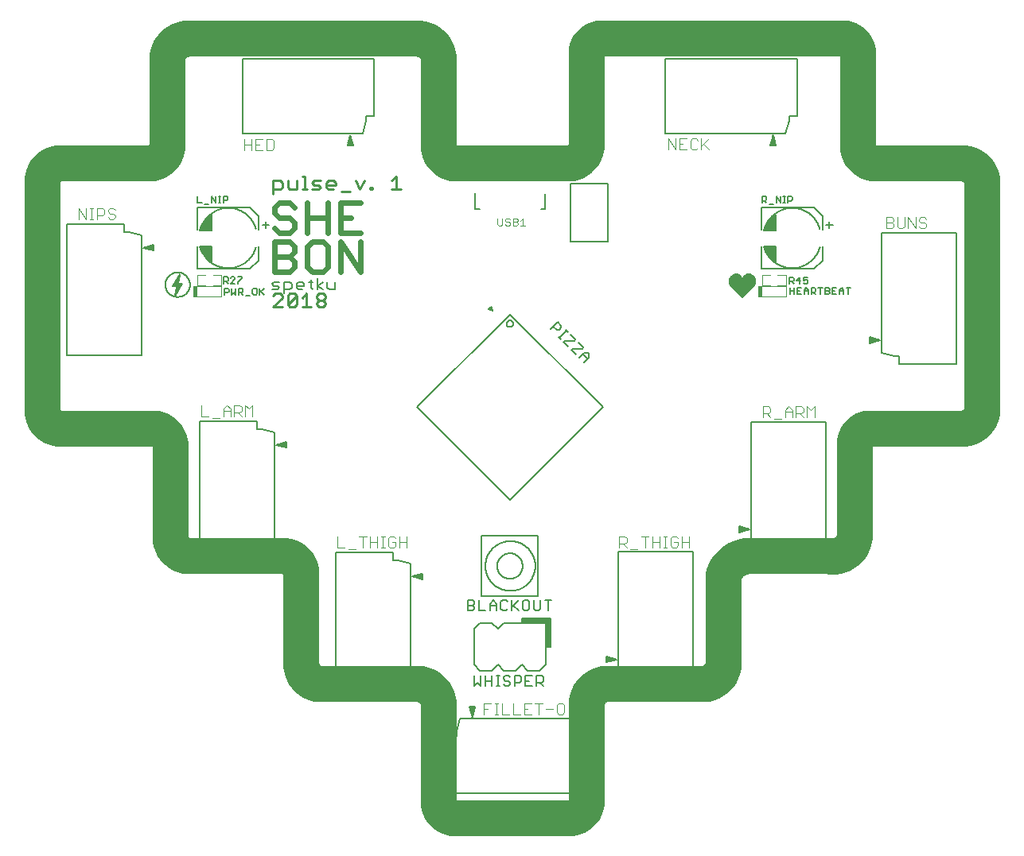
<source format=gto>
G75*
%MOIN*%
%OFA0B0*%
%FSLAX25Y25*%
%IPPOS*%
%LPD*%
%AMOC8*
5,1,8,0,0,1.08239X$1,22.5*
%
%ADD10C,0.00394*%
%ADD11C,0.02300*%
%ADD12C,0.01000*%
%ADD13C,0.00800*%
%ADD14C,0.15000*%
%ADD15C,0.00500*%
%ADD16C,0.00600*%
%ADD17C,0.00787*%
%ADD18R,0.01400X0.04400*%
%ADD19C,0.00400*%
D10*
X0116898Y0072600D02*
X0116898Y0110443D01*
X0116898Y0110442D02*
X0116906Y0110622D01*
X0116911Y0110802D01*
X0116910Y0110982D01*
X0116906Y0111162D01*
X0116897Y0111342D01*
X0116884Y0111521D01*
X0116866Y0111700D01*
X0116844Y0111879D01*
X0116818Y0112057D01*
X0116787Y0112234D01*
X0116753Y0112411D01*
X0116714Y0112587D01*
X0116670Y0112761D01*
X0116623Y0112935D01*
X0116571Y0113107D01*
X0116515Y0113278D01*
X0116455Y0113448D01*
X0116391Y0113616D01*
X0116323Y0113783D01*
X0116251Y0113948D01*
X0116175Y0114111D01*
X0116095Y0114272D01*
X0116011Y0114431D01*
X0115924Y0114588D01*
X0115832Y0114743D01*
X0115737Y0114896D01*
X0115638Y0115047D01*
X0115536Y0115195D01*
X0115430Y0115340D01*
X0115321Y0115483D01*
X0115208Y0115623D01*
X0115091Y0115760D01*
X0114972Y0115895D01*
X0114849Y0116027D01*
X0114723Y0116155D01*
X0114594Y0116281D01*
X0114462Y0116403D01*
X0114328Y0116522D01*
X0114190Y0116638D01*
X0114050Y0116751D01*
X0113906Y0116860D01*
X0113761Y0116965D01*
X0113612Y0117068D01*
X0113462Y0117166D01*
X0113309Y0117261D01*
X0113154Y0117352D01*
X0112996Y0117439D01*
X0112837Y0117522D01*
X0112675Y0117602D01*
X0112512Y0117678D01*
X0112347Y0117749D01*
X0112180Y0117817D01*
X0112012Y0117881D01*
X0111842Y0117940D01*
X0111671Y0117996D01*
X0111498Y0118047D01*
X0111325Y0118094D01*
X0111150Y0118137D01*
X0110974Y0118175D01*
X0110797Y0118210D01*
X0110620Y0118240D01*
X0110442Y0118266D01*
X0110263Y0118287D01*
X0110084Y0118304D01*
X0109905Y0118317D01*
X0070535Y0118317D01*
X0070534Y0118317D02*
X0070334Y0118312D01*
X0070133Y0118312D01*
X0069932Y0118316D01*
X0069731Y0118326D01*
X0069531Y0118341D01*
X0069331Y0118361D01*
X0069132Y0118385D01*
X0068933Y0118415D01*
X0068735Y0118449D01*
X0068538Y0118488D01*
X0068342Y0118532D01*
X0068148Y0118581D01*
X0067954Y0118634D01*
X0067762Y0118692D01*
X0067571Y0118755D01*
X0067382Y0118823D01*
X0067195Y0118895D01*
X0067009Y0118972D01*
X0066825Y0119053D01*
X0066644Y0119139D01*
X0066464Y0119229D01*
X0066287Y0119324D01*
X0066112Y0119423D01*
X0065940Y0119526D01*
X0065770Y0119634D01*
X0065603Y0119745D01*
X0065439Y0119861D01*
X0065278Y0119980D01*
X0065119Y0120104D01*
X0064964Y0120231D01*
X0064812Y0120362D01*
X0064663Y0120497D01*
X0064518Y0120636D01*
X0064376Y0120778D01*
X0064237Y0120923D01*
X0064102Y0121072D01*
X0063971Y0121224D01*
X0063844Y0121379D01*
X0063720Y0121537D01*
X0063600Y0121699D01*
X0063485Y0121863D01*
X0063373Y0122030D01*
X0063266Y0122199D01*
X0063162Y0122372D01*
X0063063Y0122546D01*
X0062968Y0122723D01*
X0062878Y0122903D01*
X0062792Y0123084D01*
X0062711Y0123268D01*
X0062634Y0123453D01*
X0062562Y0123641D01*
X0062494Y0123830D01*
X0062431Y0124021D01*
X0062372Y0124213D01*
X0062319Y0124406D01*
X0062270Y0124601D01*
X0062226Y0124797D01*
X0062187Y0124994D01*
X0062152Y0125192D01*
X0062123Y0125391D01*
X0062098Y0125590D01*
X0062078Y0125790D01*
X0062064Y0125990D01*
X0062054Y0126191D01*
X0062054Y0164033D01*
X0062054Y0164034D02*
X0062059Y0164217D01*
X0062060Y0164400D01*
X0062056Y0164583D01*
X0062048Y0164766D01*
X0062035Y0164948D01*
X0062018Y0165131D01*
X0061997Y0165313D01*
X0061971Y0165494D01*
X0061941Y0165674D01*
X0061907Y0165854D01*
X0061868Y0166033D01*
X0061825Y0166211D01*
X0061777Y0166388D01*
X0061725Y0166564D01*
X0061670Y0166738D01*
X0061609Y0166911D01*
X0061545Y0167082D01*
X0061477Y0167252D01*
X0061404Y0167420D01*
X0061328Y0167587D01*
X0061247Y0167751D01*
X0061163Y0167914D01*
X0061074Y0168074D01*
X0060982Y0168232D01*
X0060886Y0168388D01*
X0060786Y0168542D01*
X0060683Y0168693D01*
X0060576Y0168841D01*
X0060465Y0168987D01*
X0060351Y0169130D01*
X0060234Y0169271D01*
X0060113Y0169408D01*
X0059988Y0169543D01*
X0059861Y0169674D01*
X0059731Y0169803D01*
X0059597Y0169928D01*
X0059460Y0170050D01*
X0059321Y0170168D01*
X0059179Y0170284D01*
X0059033Y0170395D01*
X0058886Y0170504D01*
X0058735Y0170608D01*
X0058583Y0170709D01*
X0058427Y0170806D01*
X0058270Y0170900D01*
X0058110Y0170989D01*
X0057949Y0171075D01*
X0057785Y0171157D01*
X0057619Y0171235D01*
X0057451Y0171308D01*
X0057282Y0171378D01*
X0057111Y0171444D01*
X0056939Y0171505D01*
X0056765Y0171562D01*
X0056589Y0171615D01*
X0056413Y0171664D01*
X0056235Y0171709D01*
X0056057Y0171749D01*
X0055877Y0171785D01*
X0055697Y0171816D01*
X0055516Y0171843D01*
X0055334Y0171866D01*
X0055152Y0171884D01*
X0054969Y0171898D01*
X0054786Y0171908D01*
X0054787Y0171907D02*
X0015417Y0171907D01*
X0015416Y0171908D02*
X0015235Y0171922D01*
X0015054Y0171941D01*
X0014874Y0171964D01*
X0014695Y0171991D01*
X0014516Y0172023D01*
X0014338Y0172059D01*
X0014161Y0172100D01*
X0013985Y0172145D01*
X0013810Y0172194D01*
X0013636Y0172248D01*
X0013464Y0172305D01*
X0013293Y0172367D01*
X0013124Y0172433D01*
X0012956Y0172504D01*
X0012790Y0172578D01*
X0012627Y0172657D01*
X0012465Y0172739D01*
X0012305Y0172825D01*
X0012147Y0172916D01*
X0011992Y0173010D01*
X0011839Y0173108D01*
X0011688Y0173209D01*
X0011540Y0173314D01*
X0011394Y0173423D01*
X0011252Y0173536D01*
X0011112Y0173652D01*
X0010975Y0173771D01*
X0010841Y0173893D01*
X0010710Y0174019D01*
X0010582Y0174148D01*
X0010457Y0174281D01*
X0010336Y0174416D01*
X0010217Y0174554D01*
X0010103Y0174695D01*
X0009992Y0174838D01*
X0009884Y0174985D01*
X0009780Y0175134D01*
X0009680Y0175285D01*
X0009583Y0175439D01*
X0009491Y0175596D01*
X0009402Y0175754D01*
X0009317Y0175915D01*
X0009236Y0176077D01*
X0009159Y0176242D01*
X0009086Y0176408D01*
X0009017Y0176577D01*
X0008953Y0176746D01*
X0008892Y0176918D01*
X0008836Y0177090D01*
X0008784Y0177265D01*
X0008736Y0177440D01*
X0008693Y0177616D01*
X0008654Y0177794D01*
X0008619Y0177972D01*
X0008589Y0178151D01*
X0008563Y0178331D01*
X0008542Y0178512D01*
X0008525Y0178692D01*
X0008512Y0178874D01*
X0008504Y0179055D01*
X0008500Y0179237D01*
X0008501Y0179419D01*
X0008506Y0179600D01*
X0008516Y0179782D01*
X0008516Y0179781D02*
X0008516Y0275136D01*
X0008516Y0275135D02*
X0008506Y0275314D01*
X0008501Y0275493D01*
X0008500Y0275672D01*
X0008504Y0275851D01*
X0008511Y0276029D01*
X0008523Y0276208D01*
X0008540Y0276386D01*
X0008560Y0276564D01*
X0008585Y0276741D01*
X0008614Y0276917D01*
X0008648Y0277093D01*
X0008685Y0277268D01*
X0008727Y0277442D01*
X0008773Y0277615D01*
X0008823Y0277786D01*
X0008878Y0277957D01*
X0008936Y0278126D01*
X0008999Y0278294D01*
X0009065Y0278460D01*
X0009136Y0278624D01*
X0009211Y0278787D01*
X0009289Y0278947D01*
X0009371Y0279106D01*
X0009457Y0279263D01*
X0009547Y0279418D01*
X0009641Y0279570D01*
X0009738Y0279720D01*
X0009839Y0279868D01*
X0009943Y0280014D01*
X0010051Y0280156D01*
X0010162Y0280296D01*
X0010277Y0280434D01*
X0010395Y0280568D01*
X0010516Y0280700D01*
X0010640Y0280829D01*
X0010768Y0280954D01*
X0010898Y0281077D01*
X0011031Y0281196D01*
X0011167Y0281312D01*
X0011306Y0281425D01*
X0011448Y0281534D01*
X0011592Y0281640D01*
X0011739Y0281743D01*
X0011888Y0281841D01*
X0012039Y0281937D01*
X0012193Y0282028D01*
X0012349Y0282116D01*
X0012507Y0282200D01*
X0012667Y0282280D01*
X0012829Y0282356D01*
X0012992Y0282429D01*
X0013157Y0282497D01*
X0013324Y0282561D01*
X0013493Y0282622D01*
X0013663Y0282678D01*
X0013834Y0282730D01*
X0014006Y0282778D01*
X0014180Y0282822D01*
X0014354Y0282861D01*
X0014530Y0282896D01*
X0014706Y0282928D01*
X0014883Y0282954D01*
X0015060Y0282977D01*
X0015238Y0282995D01*
X0015416Y0283009D01*
X0015417Y0283010D02*
X0052874Y0283010D01*
X0052875Y0283009D02*
X0053065Y0283011D01*
X0053255Y0283018D01*
X0053444Y0283029D01*
X0053634Y0283045D01*
X0053823Y0283065D01*
X0054011Y0283090D01*
X0054199Y0283120D01*
X0054386Y0283154D01*
X0054572Y0283192D01*
X0054757Y0283235D01*
X0054941Y0283283D01*
X0055124Y0283335D01*
X0055306Y0283391D01*
X0055486Y0283452D01*
X0055664Y0283517D01*
X0055841Y0283586D01*
X0056016Y0283660D01*
X0056190Y0283738D01*
X0056361Y0283819D01*
X0056531Y0283906D01*
X0056698Y0283996D01*
X0056863Y0284090D01*
X0057026Y0284188D01*
X0057186Y0284290D01*
X0057344Y0284396D01*
X0057499Y0284506D01*
X0057652Y0284619D01*
X0057802Y0284736D01*
X0057949Y0284857D01*
X0058092Y0284981D01*
X0058233Y0285108D01*
X0058371Y0285239D01*
X0058506Y0285374D01*
X0058637Y0285511D01*
X0058765Y0285652D01*
X0058889Y0285795D01*
X0059010Y0285942D01*
X0059128Y0286091D01*
X0059241Y0286244D01*
X0059351Y0286398D01*
X0059458Y0286556D01*
X0059560Y0286716D01*
X0059659Y0286879D01*
X0059753Y0287044D01*
X0059844Y0287211D01*
X0059930Y0287380D01*
X0060013Y0287551D01*
X0060091Y0287724D01*
X0060165Y0287900D01*
X0060235Y0288076D01*
X0060300Y0288255D01*
X0060361Y0288435D01*
X0060418Y0288616D01*
X0060470Y0288799D01*
X0060518Y0288983D01*
X0060562Y0289168D01*
X0060601Y0289354D01*
X0060635Y0289541D01*
X0060665Y0289728D01*
X0060691Y0289917D01*
X0060711Y0290106D01*
X0060728Y0290295D01*
X0060739Y0290485D01*
X0060746Y0290675D01*
X0060749Y0290865D01*
X0060748Y0290865D02*
X0060748Y0327419D01*
X0060749Y0327419D02*
X0060774Y0327632D01*
X0060805Y0327845D01*
X0060841Y0328056D01*
X0060882Y0328267D01*
X0060928Y0328477D01*
X0060979Y0328685D01*
X0061036Y0328892D01*
X0061097Y0329098D01*
X0061163Y0329302D01*
X0061234Y0329505D01*
X0061310Y0329706D01*
X0061391Y0329904D01*
X0061476Y0330101D01*
X0061567Y0330296D01*
X0061662Y0330488D01*
X0061761Y0330679D01*
X0061865Y0330866D01*
X0061974Y0331051D01*
X0062087Y0331234D01*
X0062205Y0331413D01*
X0062326Y0331590D01*
X0062452Y0331764D01*
X0062582Y0331935D01*
X0062717Y0332102D01*
X0062855Y0332266D01*
X0062997Y0332427D01*
X0063143Y0332584D01*
X0063293Y0332738D01*
X0063446Y0332888D01*
X0063604Y0333034D01*
X0063764Y0333177D01*
X0063928Y0333315D01*
X0064095Y0333450D01*
X0064266Y0333580D01*
X0064439Y0333707D01*
X0064616Y0333829D01*
X0064795Y0333947D01*
X0064977Y0334060D01*
X0065162Y0334169D01*
X0065350Y0334273D01*
X0065540Y0334373D01*
X0065732Y0334469D01*
X0065927Y0334559D01*
X0066123Y0334645D01*
X0066322Y0334726D01*
X0066523Y0334803D01*
X0066725Y0334874D01*
X0066929Y0334941D01*
X0067135Y0335002D01*
X0067342Y0335059D01*
X0067550Y0335110D01*
X0067760Y0335157D01*
X0067970Y0335198D01*
X0068182Y0335234D01*
X0068394Y0335266D01*
X0068607Y0335292D01*
X0068821Y0335313D01*
X0069035Y0335328D01*
X0069249Y0335339D01*
X0069464Y0335344D01*
X0069679Y0335344D01*
X0069893Y0335339D01*
X0070108Y0335329D01*
X0070322Y0335314D01*
X0070535Y0335293D01*
X0165023Y0335293D01*
X0174353Y0327419D02*
X0174353Y0290884D01*
X0174355Y0290693D01*
X0174362Y0290503D01*
X0174374Y0290312D01*
X0174390Y0290122D01*
X0174411Y0289933D01*
X0174436Y0289744D01*
X0174466Y0289555D01*
X0174500Y0289368D01*
X0174539Y0289181D01*
X0174582Y0288995D01*
X0174630Y0288810D01*
X0174683Y0288627D01*
X0174739Y0288445D01*
X0174800Y0288264D01*
X0174866Y0288085D01*
X0174936Y0287908D01*
X0175010Y0287732D01*
X0175088Y0287558D01*
X0175171Y0287386D01*
X0175257Y0287216D01*
X0175348Y0287048D01*
X0175442Y0286883D01*
X0175541Y0286719D01*
X0175644Y0286559D01*
X0175750Y0286400D01*
X0175860Y0286245D01*
X0175974Y0286092D01*
X0176092Y0285942D01*
X0176213Y0285794D01*
X0176338Y0285650D01*
X0176466Y0285509D01*
X0176598Y0285371D01*
X0176733Y0285236D01*
X0176871Y0285104D01*
X0177012Y0284976D01*
X0177156Y0284851D01*
X0177304Y0284730D01*
X0177454Y0284612D01*
X0177607Y0284498D01*
X0177762Y0284388D01*
X0177921Y0284282D01*
X0178081Y0284179D01*
X0178245Y0284080D01*
X0178410Y0283986D01*
X0178578Y0283895D01*
X0178748Y0283809D01*
X0178920Y0283726D01*
X0179094Y0283648D01*
X0179270Y0283574D01*
X0179447Y0283504D01*
X0179626Y0283438D01*
X0179807Y0283377D01*
X0179989Y0283321D01*
X0180172Y0283268D01*
X0180357Y0283220D01*
X0180543Y0283177D01*
X0180730Y0283138D01*
X0180917Y0283104D01*
X0181106Y0283074D01*
X0181295Y0283049D01*
X0181484Y0283028D01*
X0181674Y0283012D01*
X0181865Y0283000D01*
X0182055Y0282993D01*
X0182246Y0282991D01*
X0228015Y0282991D01*
X0228015Y0282990D02*
X0228215Y0282987D01*
X0228414Y0282989D01*
X0228614Y0282995D01*
X0228813Y0283006D01*
X0229012Y0283023D01*
X0229211Y0283044D01*
X0229408Y0283070D01*
X0229606Y0283101D01*
X0229802Y0283136D01*
X0229997Y0283177D01*
X0230192Y0283222D01*
X0230385Y0283272D01*
X0230577Y0283327D01*
X0230767Y0283386D01*
X0230956Y0283450D01*
X0231144Y0283519D01*
X0231330Y0283592D01*
X0231513Y0283670D01*
X0231695Y0283752D01*
X0231875Y0283839D01*
X0232052Y0283930D01*
X0232228Y0284026D01*
X0232401Y0284125D01*
X0232571Y0284229D01*
X0232739Y0284337D01*
X0232904Y0284450D01*
X0233066Y0284566D01*
X0233225Y0284686D01*
X0233382Y0284810D01*
X0233535Y0284938D01*
X0233685Y0285069D01*
X0233832Y0285205D01*
X0233976Y0285343D01*
X0234116Y0285486D01*
X0234252Y0285631D01*
X0234385Y0285780D01*
X0234514Y0285932D01*
X0234640Y0286087D01*
X0234761Y0286246D01*
X0234879Y0286407D01*
X0234992Y0286571D01*
X0235102Y0286738D01*
X0235207Y0286907D01*
X0235309Y0287079D01*
X0235406Y0287254D01*
X0235498Y0287430D01*
X0235587Y0287609D01*
X0235671Y0287791D01*
X0235750Y0287974D01*
X0235825Y0288159D01*
X0235895Y0288345D01*
X0235961Y0288534D01*
X0236022Y0288724D01*
X0236079Y0288915D01*
X0236130Y0289108D01*
X0236177Y0289302D01*
X0236220Y0289497D01*
X0236257Y0289693D01*
X0236290Y0289890D01*
X0236317Y0290088D01*
X0236340Y0290286D01*
X0236358Y0290485D01*
X0236371Y0290684D01*
X0236380Y0290883D01*
X0236379Y0290884D02*
X0236379Y0330235D01*
X0236414Y0330391D01*
X0236454Y0330546D01*
X0236498Y0330700D01*
X0236545Y0330853D01*
X0236595Y0331004D01*
X0236650Y0331155D01*
X0236708Y0331304D01*
X0236770Y0331451D01*
X0236835Y0331597D01*
X0236903Y0331742D01*
X0236976Y0331884D01*
X0237051Y0332025D01*
X0237130Y0332164D01*
X0237212Y0332302D01*
X0237298Y0332437D01*
X0237387Y0332570D01*
X0237479Y0332700D01*
X0237574Y0332829D01*
X0237672Y0332955D01*
X0237774Y0333079D01*
X0237878Y0333200D01*
X0237985Y0333319D01*
X0238095Y0333435D01*
X0238208Y0333549D01*
X0238323Y0333659D01*
X0238441Y0333767D01*
X0238562Y0333872D01*
X0238685Y0333974D01*
X0238811Y0334073D01*
X0238939Y0334169D01*
X0239069Y0334262D01*
X0239201Y0334352D01*
X0239336Y0334438D01*
X0239472Y0334521D01*
X0239611Y0334601D01*
X0239751Y0334677D01*
X0239894Y0334750D01*
X0240038Y0334820D01*
X0240183Y0334886D01*
X0240331Y0334949D01*
X0240479Y0335008D01*
X0240629Y0335063D01*
X0240781Y0335115D01*
X0240933Y0335163D01*
X0241087Y0335207D01*
X0241241Y0335248D01*
X0241397Y0335285D01*
X0241553Y0335318D01*
X0241711Y0335347D01*
X0241869Y0335373D01*
X0242027Y0335394D01*
X0242186Y0335412D01*
X0242345Y0335426D01*
X0242505Y0335436D01*
X0242665Y0335443D01*
X0242825Y0335445D01*
X0242985Y0335444D01*
X0243144Y0335438D01*
X0243304Y0335429D01*
X0243463Y0335416D01*
X0243622Y0335399D01*
X0243781Y0335378D01*
X0243939Y0335354D01*
X0244096Y0335326D01*
X0244253Y0335293D01*
X0342110Y0335293D01*
X0342267Y0335326D01*
X0342424Y0335354D01*
X0342582Y0335378D01*
X0342741Y0335399D01*
X0342900Y0335416D01*
X0343059Y0335429D01*
X0343219Y0335438D01*
X0343378Y0335444D01*
X0343538Y0335445D01*
X0343698Y0335443D01*
X0343858Y0335436D01*
X0344018Y0335426D01*
X0344177Y0335412D01*
X0344336Y0335394D01*
X0344494Y0335373D01*
X0344652Y0335347D01*
X0344810Y0335318D01*
X0344966Y0335285D01*
X0345122Y0335248D01*
X0345276Y0335207D01*
X0345430Y0335163D01*
X0345582Y0335115D01*
X0345734Y0335063D01*
X0345884Y0335008D01*
X0346032Y0334949D01*
X0346180Y0334886D01*
X0346325Y0334820D01*
X0346469Y0334750D01*
X0346612Y0334677D01*
X0346752Y0334601D01*
X0346891Y0334521D01*
X0347027Y0334438D01*
X0347162Y0334352D01*
X0347294Y0334262D01*
X0347424Y0334169D01*
X0347552Y0334073D01*
X0347678Y0333974D01*
X0347801Y0333872D01*
X0347922Y0333767D01*
X0348040Y0333659D01*
X0348155Y0333549D01*
X0348268Y0333435D01*
X0348378Y0333319D01*
X0348485Y0333200D01*
X0348589Y0333079D01*
X0348691Y0332955D01*
X0348789Y0332829D01*
X0348884Y0332700D01*
X0348976Y0332570D01*
X0349065Y0332437D01*
X0349151Y0332302D01*
X0349233Y0332164D01*
X0349312Y0332025D01*
X0349387Y0331884D01*
X0349460Y0331742D01*
X0349528Y0331597D01*
X0349593Y0331451D01*
X0349655Y0331304D01*
X0349713Y0331155D01*
X0349768Y0331004D01*
X0349818Y0330853D01*
X0349865Y0330700D01*
X0349909Y0330546D01*
X0349949Y0330391D01*
X0349984Y0330235D01*
X0349984Y0290865D01*
X0349987Y0290675D01*
X0349994Y0290485D01*
X0350005Y0290295D01*
X0350022Y0290106D01*
X0350042Y0289917D01*
X0350068Y0289728D01*
X0350098Y0289541D01*
X0350132Y0289354D01*
X0350171Y0289168D01*
X0350215Y0288983D01*
X0350263Y0288799D01*
X0350315Y0288616D01*
X0350372Y0288435D01*
X0350433Y0288255D01*
X0350498Y0288076D01*
X0350568Y0287900D01*
X0350642Y0287724D01*
X0350720Y0287551D01*
X0350803Y0287380D01*
X0350889Y0287211D01*
X0350980Y0287044D01*
X0351074Y0286879D01*
X0351173Y0286716D01*
X0351275Y0286556D01*
X0351382Y0286398D01*
X0351492Y0286244D01*
X0351605Y0286091D01*
X0351723Y0285942D01*
X0351844Y0285795D01*
X0351968Y0285652D01*
X0352096Y0285511D01*
X0352227Y0285374D01*
X0352362Y0285239D01*
X0352500Y0285108D01*
X0352641Y0284981D01*
X0352784Y0284857D01*
X0352931Y0284736D01*
X0353081Y0284619D01*
X0353234Y0284506D01*
X0353389Y0284396D01*
X0353547Y0284290D01*
X0353707Y0284188D01*
X0353870Y0284090D01*
X0354035Y0283996D01*
X0354202Y0283906D01*
X0354372Y0283819D01*
X0354543Y0283738D01*
X0354717Y0283660D01*
X0354892Y0283586D01*
X0355069Y0283517D01*
X0355247Y0283452D01*
X0355427Y0283391D01*
X0355609Y0283335D01*
X0355792Y0283283D01*
X0355976Y0283235D01*
X0356161Y0283192D01*
X0356347Y0283154D01*
X0356534Y0283120D01*
X0356722Y0283090D01*
X0356910Y0283065D01*
X0357099Y0283045D01*
X0357289Y0283029D01*
X0357478Y0283018D01*
X0357668Y0283011D01*
X0357858Y0283009D01*
X0357858Y0283010D02*
X0393369Y0283010D01*
X0393572Y0283019D01*
X0393774Y0283024D01*
X0393976Y0283023D01*
X0394179Y0283018D01*
X0394381Y0283008D01*
X0394582Y0282992D01*
X0394784Y0282972D01*
X0394985Y0282948D01*
X0395185Y0282918D01*
X0395384Y0282883D01*
X0395583Y0282844D01*
X0395780Y0282800D01*
X0395977Y0282751D01*
X0396172Y0282697D01*
X0396366Y0282639D01*
X0396558Y0282576D01*
X0396749Y0282509D01*
X0396938Y0282436D01*
X0397125Y0282360D01*
X0397311Y0282278D01*
X0397494Y0282193D01*
X0397675Y0282103D01*
X0397854Y0282008D01*
X0398031Y0281909D01*
X0398205Y0281806D01*
X0398377Y0281699D01*
X0398546Y0281588D01*
X0398712Y0281472D01*
X0398875Y0281353D01*
X0399036Y0281230D01*
X0399194Y0281103D01*
X0399348Y0280972D01*
X0399499Y0280837D01*
X0399647Y0280699D01*
X0399791Y0280558D01*
X0399933Y0280412D01*
X0400070Y0280264D01*
X0400204Y0280112D01*
X0400334Y0279957D01*
X0400460Y0279799D01*
X0400583Y0279638D01*
X0400701Y0279474D01*
X0400816Y0279307D01*
X0400927Y0279138D01*
X0401033Y0278965D01*
X0401135Y0278791D01*
X0401233Y0278614D01*
X0401327Y0278434D01*
X0401416Y0278253D01*
X0401501Y0278069D01*
X0401581Y0277883D01*
X0401657Y0277695D01*
X0401729Y0277506D01*
X0401795Y0277315D01*
X0401857Y0277122D01*
X0401915Y0276928D01*
X0401968Y0276733D01*
X0402016Y0276536D01*
X0402059Y0276339D01*
X0402097Y0276140D01*
X0402131Y0275940D01*
X0402160Y0275740D01*
X0402184Y0275539D01*
X0402203Y0275338D01*
X0402217Y0275136D01*
X0402217Y0179781D01*
X0402203Y0179579D01*
X0402184Y0179378D01*
X0402160Y0179177D01*
X0402131Y0178977D01*
X0402097Y0178777D01*
X0402059Y0178578D01*
X0402016Y0178381D01*
X0401968Y0178184D01*
X0401915Y0177989D01*
X0401857Y0177795D01*
X0401795Y0177602D01*
X0401729Y0177411D01*
X0401657Y0177222D01*
X0401581Y0177034D01*
X0401501Y0176848D01*
X0401416Y0176664D01*
X0401327Y0176483D01*
X0401233Y0176303D01*
X0401135Y0176126D01*
X0401033Y0175952D01*
X0400927Y0175779D01*
X0400816Y0175610D01*
X0400701Y0175443D01*
X0400583Y0175279D01*
X0400460Y0175118D01*
X0400334Y0174960D01*
X0400204Y0174805D01*
X0400070Y0174653D01*
X0399933Y0174505D01*
X0399791Y0174359D01*
X0399647Y0174218D01*
X0399499Y0174080D01*
X0399348Y0173945D01*
X0399194Y0173814D01*
X0399036Y0173687D01*
X0398875Y0173564D01*
X0398712Y0173445D01*
X0398546Y0173329D01*
X0398377Y0173218D01*
X0398205Y0173111D01*
X0398031Y0173008D01*
X0397854Y0172909D01*
X0397675Y0172814D01*
X0397494Y0172724D01*
X0397311Y0172639D01*
X0397125Y0172557D01*
X0396938Y0172481D01*
X0396749Y0172408D01*
X0396558Y0172341D01*
X0396366Y0172278D01*
X0396172Y0172220D01*
X0395977Y0172166D01*
X0395780Y0172117D01*
X0395583Y0172073D01*
X0395384Y0172034D01*
X0395185Y0171999D01*
X0394985Y0171969D01*
X0394784Y0171945D01*
X0394582Y0171925D01*
X0394381Y0171909D01*
X0394179Y0171899D01*
X0393976Y0171894D01*
X0393774Y0171893D01*
X0393572Y0171898D01*
X0393369Y0171907D01*
X0353999Y0171907D01*
X0353826Y0171855D01*
X0353654Y0171799D01*
X0353483Y0171739D01*
X0353314Y0171675D01*
X0353146Y0171606D01*
X0352981Y0171533D01*
X0352817Y0171456D01*
X0352654Y0171376D01*
X0352494Y0171291D01*
X0352336Y0171203D01*
X0352181Y0171110D01*
X0352027Y0171014D01*
X0351876Y0170914D01*
X0351728Y0170810D01*
X0351582Y0170703D01*
X0351439Y0170592D01*
X0351298Y0170478D01*
X0351161Y0170361D01*
X0351026Y0170240D01*
X0350894Y0170115D01*
X0350765Y0169988D01*
X0350640Y0169857D01*
X0350518Y0169724D01*
X0350399Y0169587D01*
X0350283Y0169448D01*
X0350171Y0169306D01*
X0350062Y0169161D01*
X0349957Y0169013D01*
X0349856Y0168863D01*
X0349758Y0168711D01*
X0349664Y0168556D01*
X0349574Y0168399D01*
X0349488Y0168240D01*
X0349406Y0168079D01*
X0349328Y0167915D01*
X0349253Y0167750D01*
X0349183Y0167583D01*
X0349117Y0167415D01*
X0349055Y0167245D01*
X0348997Y0167073D01*
X0348944Y0166900D01*
X0348894Y0166726D01*
X0348849Y0166550D01*
X0348809Y0166374D01*
X0348772Y0166197D01*
X0348740Y0166018D01*
X0348712Y0165839D01*
X0348689Y0165660D01*
X0348670Y0165480D01*
X0348656Y0165299D01*
X0348646Y0165118D01*
X0348640Y0164937D01*
X0348639Y0164756D01*
X0348642Y0164575D01*
X0348650Y0164394D01*
X0348662Y0164214D01*
X0348679Y0164034D01*
X0348679Y0164033D02*
X0348679Y0126191D01*
X0348678Y0126190D02*
X0348645Y0125970D01*
X0348606Y0125750D01*
X0348562Y0125531D01*
X0348512Y0125313D01*
X0348458Y0125097D01*
X0348398Y0124882D01*
X0348333Y0124668D01*
X0348263Y0124456D01*
X0348187Y0124246D01*
X0348107Y0124038D01*
X0348022Y0123831D01*
X0347931Y0123627D01*
X0347836Y0123425D01*
X0347736Y0123226D01*
X0347631Y0123029D01*
X0347521Y0122834D01*
X0347407Y0122642D01*
X0347288Y0122453D01*
X0347165Y0122267D01*
X0347037Y0122084D01*
X0346905Y0121904D01*
X0346768Y0121728D01*
X0346627Y0121554D01*
X0346482Y0121385D01*
X0346333Y0121218D01*
X0346180Y0121056D01*
X0346024Y0120897D01*
X0345863Y0120742D01*
X0345699Y0120591D01*
X0345531Y0120444D01*
X0345359Y0120301D01*
X0345184Y0120162D01*
X0345006Y0120027D01*
X0344825Y0119897D01*
X0344640Y0119771D01*
X0344453Y0119650D01*
X0344263Y0119533D01*
X0344069Y0119421D01*
X0343874Y0119314D01*
X0343675Y0119211D01*
X0343475Y0119113D01*
X0343272Y0119020D01*
X0343066Y0118932D01*
X0342859Y0118849D01*
X0342650Y0118771D01*
X0342439Y0118699D01*
X0342226Y0118631D01*
X0342012Y0118568D01*
X0341796Y0118511D01*
X0341579Y0118459D01*
X0341361Y0118412D01*
X0341142Y0118370D01*
X0340921Y0118334D01*
X0340700Y0118303D01*
X0340478Y0118277D01*
X0340256Y0118257D01*
X0340033Y0118242D01*
X0339810Y0118232D01*
X0339587Y0118228D01*
X0339364Y0118229D01*
X0339141Y0118236D01*
X0338918Y0118248D01*
X0338695Y0118266D01*
X0338473Y0118288D01*
X0338251Y0118317D01*
X0306755Y0118317D01*
X0306470Y0118357D01*
X0306183Y0118390D01*
X0305896Y0118416D01*
X0305609Y0118435D01*
X0305320Y0118446D01*
X0305032Y0118451D01*
X0304744Y0118448D01*
X0304456Y0118439D01*
X0304168Y0118422D01*
X0303881Y0118399D01*
X0303594Y0118368D01*
X0303308Y0118331D01*
X0303023Y0118286D01*
X0302740Y0118234D01*
X0302457Y0118176D01*
X0302176Y0118111D01*
X0301897Y0118038D01*
X0301620Y0117959D01*
X0301345Y0117873D01*
X0301072Y0117781D01*
X0300801Y0117682D01*
X0300533Y0117576D01*
X0300267Y0117463D01*
X0300005Y0117344D01*
X0299745Y0117219D01*
X0299489Y0117088D01*
X0299235Y0116950D01*
X0298985Y0116806D01*
X0298739Y0116656D01*
X0298497Y0116500D01*
X0298258Y0116338D01*
X0298024Y0116170D01*
X0297793Y0115997D01*
X0297567Y0115818D01*
X0297346Y0115633D01*
X0297129Y0115444D01*
X0296917Y0115248D01*
X0296709Y0115048D01*
X0296507Y0114843D01*
X0296309Y0114633D01*
X0296117Y0114418D01*
X0295930Y0114198D01*
X0295749Y0113974D01*
X0295573Y0113746D01*
X0295403Y0113513D01*
X0295238Y0113276D01*
X0295080Y0113036D01*
X0294927Y0112791D01*
X0294780Y0112543D01*
X0294640Y0112291D01*
X0294506Y0112036D01*
X0294378Y0111778D01*
X0294256Y0111516D01*
X0294141Y0111252D01*
X0294032Y0110985D01*
X0293930Y0110715D01*
X0293834Y0110443D01*
X0293835Y0110443D02*
X0293835Y0072600D01*
X0293798Y0072376D01*
X0293756Y0072153D01*
X0293708Y0071931D01*
X0293655Y0071710D01*
X0293597Y0071491D01*
X0293533Y0071273D01*
X0293464Y0071057D01*
X0293390Y0070842D01*
X0293311Y0070629D01*
X0293227Y0070419D01*
X0293137Y0070210D01*
X0293043Y0070003D01*
X0292944Y0069799D01*
X0292839Y0069598D01*
X0292730Y0069399D01*
X0292616Y0069202D01*
X0292498Y0069009D01*
X0292374Y0068818D01*
X0292246Y0068630D01*
X0292114Y0068446D01*
X0291977Y0068265D01*
X0291836Y0068087D01*
X0291691Y0067912D01*
X0291541Y0067741D01*
X0291388Y0067574D01*
X0291230Y0067411D01*
X0291069Y0067251D01*
X0290903Y0067096D01*
X0290734Y0066944D01*
X0290562Y0066797D01*
X0290386Y0066653D01*
X0290206Y0066515D01*
X0290023Y0066380D01*
X0289837Y0066250D01*
X0289648Y0066124D01*
X0289456Y0066003D01*
X0289261Y0065887D01*
X0289063Y0065776D01*
X0288863Y0065669D01*
X0288660Y0065567D01*
X0288454Y0065470D01*
X0288247Y0065378D01*
X0288037Y0065291D01*
X0287825Y0065209D01*
X0287612Y0065133D01*
X0287396Y0065061D01*
X0287179Y0064995D01*
X0286960Y0064934D01*
X0286740Y0064879D01*
X0286519Y0064828D01*
X0286296Y0064783D01*
X0286073Y0064744D01*
X0285848Y0064710D01*
X0285623Y0064681D01*
X0285397Y0064658D01*
X0285171Y0064640D01*
X0284944Y0064627D01*
X0284717Y0064621D01*
X0284490Y0064619D01*
X0284263Y0064623D01*
X0284036Y0064633D01*
X0283810Y0064648D01*
X0283584Y0064669D01*
X0283358Y0064695D01*
X0283133Y0064726D01*
X0244253Y0064726D01*
X0244253Y0064725D02*
X0244037Y0064696D01*
X0243821Y0064662D01*
X0243606Y0064622D01*
X0243392Y0064577D01*
X0243179Y0064527D01*
X0242968Y0064472D01*
X0242758Y0064411D01*
X0242549Y0064346D01*
X0242342Y0064276D01*
X0242137Y0064200D01*
X0241934Y0064120D01*
X0241732Y0064035D01*
X0241533Y0063945D01*
X0241336Y0063850D01*
X0241142Y0063751D01*
X0240949Y0063646D01*
X0240760Y0063538D01*
X0240573Y0063424D01*
X0240389Y0063306D01*
X0240208Y0063184D01*
X0240030Y0063058D01*
X0239854Y0062927D01*
X0239683Y0062792D01*
X0239514Y0062652D01*
X0239349Y0062509D01*
X0239187Y0062362D01*
X0239029Y0062211D01*
X0238875Y0062056D01*
X0238724Y0061898D01*
X0238578Y0061736D01*
X0238435Y0061570D01*
X0238296Y0061401D01*
X0238162Y0061229D01*
X0238031Y0061054D01*
X0237905Y0060875D01*
X0237784Y0060693D01*
X0237666Y0060509D01*
X0237554Y0060322D01*
X0237445Y0060132D01*
X0237342Y0059939D01*
X0237243Y0059745D01*
X0237149Y0059547D01*
X0237059Y0059348D01*
X0236975Y0059146D01*
X0236895Y0058943D01*
X0236820Y0058737D01*
X0236751Y0058530D01*
X0236686Y0058321D01*
X0236626Y0058111D01*
X0236572Y0057899D01*
X0236522Y0057687D01*
X0236478Y0057472D01*
X0236439Y0057257D01*
X0236405Y0057041D01*
X0236376Y0056825D01*
X0236353Y0056607D01*
X0236335Y0056390D01*
X0236322Y0056171D01*
X0236314Y0055953D01*
X0236312Y0055734D01*
X0236315Y0055516D01*
X0236323Y0055297D01*
X0236337Y0055079D01*
X0236356Y0054862D01*
X0236380Y0054644D01*
X0236379Y0054645D02*
X0236379Y0015275D01*
X0236380Y0015275D02*
X0236364Y0015098D01*
X0236344Y0014922D01*
X0236320Y0014746D01*
X0236291Y0014571D01*
X0236259Y0014397D01*
X0236222Y0014224D01*
X0236181Y0014051D01*
X0236136Y0013880D01*
X0236086Y0013710D01*
X0236033Y0013541D01*
X0235975Y0013373D01*
X0235914Y0013207D01*
X0235848Y0013042D01*
X0235779Y0012879D01*
X0235706Y0012718D01*
X0235628Y0012558D01*
X0235547Y0012400D01*
X0235462Y0012245D01*
X0235374Y0012091D01*
X0235281Y0011940D01*
X0235185Y0011791D01*
X0235086Y0011644D01*
X0234983Y0011500D01*
X0234876Y0011358D01*
X0234767Y0011219D01*
X0234653Y0011083D01*
X0234537Y0010949D01*
X0234417Y0010818D01*
X0234294Y0010691D01*
X0234169Y0010566D01*
X0234040Y0010444D01*
X0233908Y0010325D01*
X0233774Y0010210D01*
X0233636Y0010098D01*
X0233496Y0009989D01*
X0233354Y0009884D01*
X0233209Y0009782D01*
X0233061Y0009684D01*
X0232911Y0009589D01*
X0232759Y0009498D01*
X0232605Y0009410D01*
X0232449Y0009327D01*
X0232291Y0009247D01*
X0232130Y0009171D01*
X0231969Y0009099D01*
X0231805Y0009031D01*
X0231640Y0008966D01*
X0231473Y0008906D01*
X0231305Y0008850D01*
X0231135Y0008798D01*
X0230965Y0008750D01*
X0230793Y0008706D01*
X0230620Y0008667D01*
X0230447Y0008631D01*
X0230272Y0008600D01*
X0230097Y0008573D01*
X0229921Y0008550D01*
X0229745Y0008531D01*
X0229568Y0008517D01*
X0229391Y0008507D01*
X0229214Y0008501D01*
X0229037Y0008500D01*
X0228860Y0008503D01*
X0228682Y0008510D01*
X0228506Y0008521D01*
X0228505Y0008521D02*
X0180771Y0008521D01*
X0180598Y0008541D01*
X0180426Y0008565D01*
X0180255Y0008593D01*
X0180085Y0008625D01*
X0179915Y0008661D01*
X0179746Y0008701D01*
X0179578Y0008746D01*
X0179411Y0008794D01*
X0179246Y0008846D01*
X0179082Y0008903D01*
X0178919Y0008963D01*
X0178758Y0009028D01*
X0178598Y0009096D01*
X0178440Y0009168D01*
X0178284Y0009244D01*
X0178130Y0009323D01*
X0177978Y0009406D01*
X0177827Y0009493D01*
X0177679Y0009584D01*
X0177533Y0009678D01*
X0177390Y0009776D01*
X0177249Y0009877D01*
X0177110Y0009981D01*
X0176974Y0010089D01*
X0176840Y0010200D01*
X0176710Y0010314D01*
X0176582Y0010431D01*
X0176457Y0010551D01*
X0176334Y0010675D01*
X0176215Y0010801D01*
X0176099Y0010930D01*
X0175986Y0011062D01*
X0175877Y0011197D01*
X0175770Y0011334D01*
X0175667Y0011473D01*
X0175568Y0011616D01*
X0175471Y0011760D01*
X0175379Y0011907D01*
X0175290Y0012056D01*
X0175204Y0012207D01*
X0175123Y0012360D01*
X0175044Y0012515D01*
X0174970Y0012672D01*
X0174900Y0012831D01*
X0174833Y0012991D01*
X0174770Y0013153D01*
X0174712Y0013316D01*
X0174657Y0013481D01*
X0174606Y0013647D01*
X0174559Y0013814D01*
X0174516Y0013982D01*
X0174478Y0014151D01*
X0174443Y0014321D01*
X0174413Y0014492D01*
X0174386Y0014664D01*
X0174364Y0014836D01*
X0174346Y0015009D01*
X0174332Y0015182D01*
X0174323Y0015355D01*
X0174317Y0015529D01*
X0174316Y0015702D01*
X0174319Y0015876D01*
X0174326Y0016049D01*
X0174337Y0016222D01*
X0174353Y0016395D01*
X0174353Y0054645D01*
X0174353Y0054644D02*
X0174377Y0054862D01*
X0174396Y0055079D01*
X0174410Y0055297D01*
X0174418Y0055516D01*
X0174421Y0055734D01*
X0174419Y0055953D01*
X0174411Y0056171D01*
X0174398Y0056390D01*
X0174380Y0056607D01*
X0174357Y0056825D01*
X0174328Y0057041D01*
X0174294Y0057257D01*
X0174255Y0057472D01*
X0174211Y0057687D01*
X0174161Y0057899D01*
X0174107Y0058111D01*
X0174047Y0058321D01*
X0173982Y0058530D01*
X0173913Y0058737D01*
X0173838Y0058943D01*
X0173758Y0059146D01*
X0173674Y0059348D01*
X0173584Y0059547D01*
X0173490Y0059745D01*
X0173391Y0059939D01*
X0173288Y0060132D01*
X0173179Y0060322D01*
X0173067Y0060509D01*
X0172949Y0060693D01*
X0172828Y0060875D01*
X0172702Y0061054D01*
X0172571Y0061229D01*
X0172437Y0061401D01*
X0172298Y0061570D01*
X0172155Y0061736D01*
X0172009Y0061898D01*
X0171858Y0062056D01*
X0171704Y0062211D01*
X0171546Y0062362D01*
X0171384Y0062509D01*
X0171219Y0062652D01*
X0171050Y0062792D01*
X0170879Y0062927D01*
X0170703Y0063058D01*
X0170525Y0063184D01*
X0170344Y0063306D01*
X0170160Y0063424D01*
X0169973Y0063538D01*
X0169784Y0063646D01*
X0169591Y0063751D01*
X0169397Y0063850D01*
X0169200Y0063945D01*
X0169001Y0064035D01*
X0168799Y0064120D01*
X0168596Y0064200D01*
X0168391Y0064276D01*
X0168184Y0064346D01*
X0167975Y0064411D01*
X0167765Y0064472D01*
X0167554Y0064527D01*
X0167341Y0064577D01*
X0167127Y0064622D01*
X0166912Y0064662D01*
X0166696Y0064696D01*
X0166480Y0064725D01*
X0166479Y0064726D02*
X0125653Y0064726D01*
X0125652Y0064727D02*
X0125451Y0064718D01*
X0125250Y0064715D01*
X0125049Y0064717D01*
X0124848Y0064723D01*
X0124647Y0064734D01*
X0124447Y0064750D01*
X0124246Y0064771D01*
X0124047Y0064797D01*
X0123848Y0064827D01*
X0123650Y0064863D01*
X0123453Y0064903D01*
X0123257Y0064948D01*
X0123062Y0064997D01*
X0122868Y0065052D01*
X0122676Y0065111D01*
X0122485Y0065174D01*
X0122295Y0065243D01*
X0122108Y0065315D01*
X0121922Y0065393D01*
X0121738Y0065474D01*
X0121556Y0065560D01*
X0121377Y0065651D01*
X0121199Y0065746D01*
X0121024Y0065845D01*
X0120851Y0065948D01*
X0120681Y0066056D01*
X0120514Y0066167D01*
X0120349Y0066283D01*
X0120187Y0066402D01*
X0120028Y0066526D01*
X0119872Y0066653D01*
X0119720Y0066784D01*
X0119570Y0066918D01*
X0119424Y0067056D01*
X0119281Y0067198D01*
X0119141Y0067343D01*
X0119005Y0067491D01*
X0118873Y0067643D01*
X0118744Y0067798D01*
X0118620Y0067955D01*
X0118499Y0068116D01*
X0118382Y0068280D01*
X0118269Y0068446D01*
X0118160Y0068615D01*
X0118055Y0068787D01*
X0117954Y0068961D01*
X0117858Y0069138D01*
X0117765Y0069317D01*
X0117678Y0069498D01*
X0117594Y0069681D01*
X0117515Y0069866D01*
X0117441Y0070053D01*
X0117371Y0070241D01*
X0117305Y0070432D01*
X0117245Y0070624D01*
X0117189Y0070817D01*
X0117137Y0071011D01*
X0117090Y0071207D01*
X0117049Y0071404D01*
X0117011Y0071602D01*
X0116979Y0071800D01*
X0116951Y0071999D01*
X0116929Y0072199D01*
X0116911Y0072400D01*
X0116898Y0072601D01*
X0083566Y0227037D02*
X0073251Y0227037D01*
X0073251Y0231446D01*
X0071806Y0231446D01*
X0071806Y0227037D01*
X0073251Y0227037D01*
X0073251Y0231446D02*
X0083566Y0231446D01*
X0083566Y0227037D01*
X0083427Y0231788D02*
X0079984Y0231788D01*
X0076834Y0231788D02*
X0073391Y0231788D01*
X0073391Y0236106D01*
X0076834Y0236106D01*
X0079984Y0236106D02*
X0083427Y0236106D01*
X0083427Y0231788D01*
X0165023Y0335293D02*
X0165231Y0335308D01*
X0165439Y0335318D01*
X0165648Y0335323D01*
X0165856Y0335323D01*
X0166065Y0335318D01*
X0166273Y0335308D01*
X0166481Y0335293D01*
X0166689Y0335273D01*
X0166896Y0335248D01*
X0167103Y0335218D01*
X0167308Y0335182D01*
X0167513Y0335142D01*
X0167717Y0335097D01*
X0167919Y0335047D01*
X0168121Y0334992D01*
X0168320Y0334933D01*
X0168519Y0334868D01*
X0168716Y0334799D01*
X0168911Y0334725D01*
X0169104Y0334646D01*
X0169295Y0334563D01*
X0169484Y0334475D01*
X0169671Y0334383D01*
X0169856Y0334286D01*
X0170038Y0334184D01*
X0170218Y0334078D01*
X0170395Y0333968D01*
X0170570Y0333854D01*
X0170742Y0333735D01*
X0170910Y0333613D01*
X0171076Y0333486D01*
X0171239Y0333355D01*
X0171398Y0333221D01*
X0171554Y0333082D01*
X0171707Y0332940D01*
X0171856Y0332795D01*
X0172002Y0332645D01*
X0172144Y0332493D01*
X0172282Y0332336D01*
X0172417Y0332177D01*
X0172547Y0332014D01*
X0172674Y0331848D01*
X0172797Y0331680D01*
X0172915Y0331508D01*
X0173029Y0331333D01*
X0173140Y0331156D01*
X0173245Y0330976D01*
X0173347Y0330794D01*
X0173444Y0330609D01*
X0173536Y0330422D01*
X0173624Y0330233D01*
X0173707Y0330042D01*
X0173786Y0329849D01*
X0173860Y0329653D01*
X0173929Y0329457D01*
X0173993Y0329258D01*
X0174053Y0329058D01*
X0174108Y0328857D01*
X0174158Y0328654D01*
X0174203Y0328451D01*
X0174243Y0328246D01*
X0174278Y0328040D01*
X0174308Y0327834D01*
X0174333Y0327627D01*
X0174353Y0327419D01*
X0309969Y0236052D02*
X0309969Y0231734D01*
X0313412Y0231734D01*
X0316562Y0231734D02*
X0320005Y0231734D01*
X0320005Y0236052D01*
X0316562Y0236052D01*
X0313412Y0236052D02*
X0309969Y0236052D01*
X0309829Y0231393D02*
X0309829Y0226983D01*
X0320144Y0226983D01*
X0320144Y0231393D01*
X0309829Y0231393D01*
X0308384Y0231393D01*
X0308384Y0226983D01*
X0309829Y0226983D01*
D11*
X0141885Y0237431D02*
X0141885Y0250142D01*
X0141885Y0253779D02*
X0133411Y0253779D01*
X0133411Y0266490D01*
X0141885Y0266490D01*
X0137648Y0260134D02*
X0133411Y0260134D01*
X0128073Y0260134D02*
X0119599Y0260134D01*
X0114261Y0258016D02*
X0114261Y0255897D01*
X0112143Y0253779D01*
X0107906Y0253779D01*
X0105787Y0255897D01*
X0107906Y0260134D02*
X0112143Y0260134D01*
X0114261Y0258016D01*
X0114261Y0264371D02*
X0112143Y0266490D01*
X0107906Y0266490D01*
X0105787Y0264371D01*
X0105787Y0262253D01*
X0107906Y0260134D01*
X0105787Y0250142D02*
X0112143Y0250142D01*
X0114261Y0248023D01*
X0114261Y0245905D01*
X0112143Y0243786D01*
X0105787Y0243786D01*
X0105787Y0237431D02*
X0112143Y0237431D01*
X0114261Y0239549D01*
X0114261Y0241668D01*
X0112143Y0243786D01*
X0119599Y0248023D02*
X0119599Y0239549D01*
X0121717Y0237431D01*
X0125954Y0237431D01*
X0128073Y0239549D01*
X0128073Y0248023D01*
X0125954Y0250142D01*
X0121717Y0250142D01*
X0119599Y0248023D01*
X0119599Y0253779D02*
X0119599Y0266490D01*
X0128073Y0266490D02*
X0128073Y0253779D01*
X0133411Y0250142D02*
X0141885Y0237431D01*
X0133411Y0237431D02*
X0133411Y0250142D01*
X0105787Y0250142D02*
X0105787Y0237431D01*
D12*
X0106177Y0228305D02*
X0105243Y0227371D01*
X0106177Y0228305D02*
X0108045Y0228305D01*
X0108979Y0227371D01*
X0108979Y0226437D01*
X0105243Y0222700D01*
X0108979Y0222700D01*
X0111320Y0223635D02*
X0115056Y0227371D01*
X0115056Y0223635D01*
X0114122Y0222700D01*
X0112254Y0222700D01*
X0111320Y0223635D01*
X0111320Y0227371D01*
X0112254Y0228305D01*
X0114122Y0228305D01*
X0115056Y0227371D01*
X0117397Y0226437D02*
X0119265Y0228305D01*
X0119265Y0222700D01*
X0117397Y0222700D02*
X0121134Y0222700D01*
X0123474Y0223635D02*
X0123474Y0224569D01*
X0124408Y0225503D01*
X0126277Y0225503D01*
X0127211Y0224569D01*
X0127211Y0223635D01*
X0126277Y0222700D01*
X0124408Y0222700D01*
X0123474Y0223635D01*
X0124408Y0225503D02*
X0123474Y0226437D01*
X0123474Y0227371D01*
X0124408Y0228305D01*
X0126277Y0228305D01*
X0127211Y0227371D01*
X0127211Y0226437D01*
X0126277Y0225503D01*
X0133628Y0271058D02*
X0137365Y0271058D01*
X0141574Y0271992D02*
X0143442Y0275728D01*
X0145782Y0272926D02*
X0146717Y0272926D01*
X0146717Y0271992D01*
X0145782Y0271992D01*
X0145782Y0272926D01*
X0141574Y0271992D02*
X0139705Y0275728D01*
X0131287Y0274794D02*
X0131287Y0273860D01*
X0127551Y0273860D01*
X0127551Y0272926D02*
X0127551Y0274794D01*
X0128485Y0275728D01*
X0130353Y0275728D01*
X0131287Y0274794D01*
X0130353Y0271992D02*
X0128485Y0271992D01*
X0127551Y0272926D01*
X0125210Y0272926D02*
X0124276Y0273860D01*
X0122408Y0273860D01*
X0121474Y0274794D01*
X0122408Y0275728D01*
X0125210Y0275728D01*
X0125210Y0272926D02*
X0124276Y0271992D01*
X0121474Y0271992D01*
X0119291Y0271992D02*
X0117422Y0271992D01*
X0118356Y0271992D02*
X0118356Y0277597D01*
X0117422Y0277597D01*
X0115082Y0275728D02*
X0115082Y0271992D01*
X0112279Y0271992D01*
X0111345Y0272926D01*
X0111345Y0275728D01*
X0109004Y0274794D02*
X0109004Y0272926D01*
X0108070Y0271992D01*
X0105268Y0271992D01*
X0105268Y0270124D02*
X0105268Y0275728D01*
X0108070Y0275728D01*
X0109004Y0274794D01*
X0154898Y0275728D02*
X0156767Y0277597D01*
X0156767Y0271992D01*
X0158635Y0271992D02*
X0154898Y0271992D01*
D13*
X0123623Y0234762D02*
X0123623Y0229958D01*
X0123623Y0231559D02*
X0126025Y0229958D01*
X0127920Y0230759D02*
X0128720Y0229958D01*
X0131122Y0229958D01*
X0131122Y0233161D01*
X0127920Y0233161D02*
X0127920Y0230759D01*
X0126025Y0233161D02*
X0123623Y0231559D01*
X0121786Y0229958D02*
X0120986Y0230759D01*
X0120986Y0233961D01*
X0121786Y0233161D02*
X0120185Y0233161D01*
X0118231Y0232360D02*
X0118231Y0231559D01*
X0115029Y0231559D01*
X0115029Y0230759D02*
X0115029Y0232360D01*
X0115829Y0233161D01*
X0117431Y0233161D01*
X0118231Y0232360D01*
X0117431Y0229958D02*
X0115829Y0229958D01*
X0115029Y0230759D01*
X0113075Y0230759D02*
X0112274Y0229958D01*
X0109872Y0229958D01*
X0109872Y0228357D02*
X0109872Y0233161D01*
X0112274Y0233161D01*
X0113075Y0232360D01*
X0113075Y0230759D01*
X0107919Y0230759D02*
X0107118Y0229958D01*
X0104716Y0229958D01*
X0105517Y0231559D02*
X0104716Y0232360D01*
X0105517Y0233161D01*
X0107919Y0233161D01*
X0107118Y0231559D02*
X0105517Y0231559D01*
X0107118Y0231559D02*
X0107919Y0230759D01*
X0221485Y0213461D02*
X0224457Y0216433D01*
X0225944Y0214947D01*
X0225944Y0213956D01*
X0224953Y0212965D01*
X0223962Y0212965D01*
X0222476Y0214452D01*
X0224740Y0210205D02*
X0225731Y0209215D01*
X0225236Y0209710D02*
X0228208Y0212682D01*
X0227713Y0213178D02*
X0228704Y0212187D01*
X0229883Y0211007D02*
X0231865Y0209026D01*
X0231369Y0208530D01*
X0227406Y0208530D01*
X0226911Y0208035D01*
X0228892Y0206053D01*
X0230166Y0204780D02*
X0232148Y0202798D01*
X0233422Y0201524D02*
X0235403Y0203506D01*
X0237385Y0203506D01*
X0237385Y0201524D01*
X0235403Y0199543D01*
X0236889Y0201029D02*
X0234908Y0203010D01*
X0234625Y0205275D02*
X0230662Y0205275D01*
X0230166Y0204780D01*
X0233139Y0207752D02*
X0235120Y0205770D01*
X0234625Y0205275D01*
X0229626Y0250070D02*
X0229626Y0274479D01*
X0245374Y0274479D01*
X0245374Y0250070D01*
X0229626Y0250070D01*
X0221801Y0099662D02*
X0218999Y0099662D01*
X0220400Y0099662D02*
X0220400Y0095458D01*
X0217197Y0096159D02*
X0217197Y0099662D01*
X0214395Y0099662D02*
X0214395Y0096159D01*
X0215095Y0095458D01*
X0216496Y0095458D01*
X0217197Y0096159D01*
X0212593Y0096159D02*
X0212593Y0098961D01*
X0211892Y0099662D01*
X0210491Y0099662D01*
X0209791Y0098961D01*
X0209791Y0096159D01*
X0210491Y0095458D01*
X0211892Y0095458D01*
X0212593Y0096159D01*
X0207989Y0095458D02*
X0205887Y0097560D01*
X0205187Y0096859D02*
X0207989Y0099662D01*
X0205187Y0099662D02*
X0205187Y0095458D01*
X0203385Y0096159D02*
X0202685Y0095458D01*
X0201283Y0095458D01*
X0200583Y0096159D01*
X0200583Y0098961D01*
X0201283Y0099662D01*
X0202685Y0099662D01*
X0203385Y0098961D01*
X0198781Y0098260D02*
X0198781Y0095458D01*
X0198781Y0097560D02*
X0195979Y0097560D01*
X0195979Y0098260D02*
X0197380Y0099662D01*
X0198781Y0098260D01*
X0195979Y0098260D02*
X0195979Y0095458D01*
X0194177Y0095458D02*
X0191375Y0095458D01*
X0191375Y0099662D01*
X0189573Y0098961D02*
X0189573Y0098260D01*
X0188873Y0097560D01*
X0186771Y0097560D01*
X0186771Y0099662D02*
X0188873Y0099662D01*
X0189573Y0098961D01*
X0188873Y0097560D02*
X0189573Y0096859D01*
X0189573Y0096159D01*
X0188873Y0095458D01*
X0186771Y0095458D01*
X0186771Y0099662D01*
X0189447Y0068032D02*
X0189447Y0063828D01*
X0190848Y0065229D01*
X0192249Y0063828D01*
X0192249Y0068032D01*
X0194051Y0068032D02*
X0194051Y0063828D01*
X0194051Y0065930D02*
X0196853Y0065930D01*
X0196853Y0068032D02*
X0196853Y0063828D01*
X0198655Y0063828D02*
X0200056Y0063828D01*
X0199355Y0063828D02*
X0199355Y0068032D01*
X0198655Y0068032D02*
X0200056Y0068032D01*
X0201724Y0067331D02*
X0201724Y0066630D01*
X0202424Y0065930D01*
X0203826Y0065930D01*
X0204526Y0065229D01*
X0204526Y0064529D01*
X0203826Y0063828D01*
X0202424Y0063828D01*
X0201724Y0064529D01*
X0201724Y0067331D02*
X0202424Y0068032D01*
X0203826Y0068032D01*
X0204526Y0067331D01*
X0206328Y0068032D02*
X0206328Y0063828D01*
X0206328Y0065229D02*
X0208430Y0065229D01*
X0209130Y0065930D01*
X0209130Y0067331D01*
X0208430Y0068032D01*
X0206328Y0068032D01*
X0210932Y0068032D02*
X0210932Y0063828D01*
X0213734Y0063828D01*
X0215536Y0063828D02*
X0215536Y0068032D01*
X0217637Y0068032D01*
X0218338Y0067331D01*
X0218338Y0065930D01*
X0217637Y0065229D01*
X0215536Y0065229D01*
X0216937Y0065229D02*
X0218338Y0063828D01*
X0213734Y0068032D02*
X0210932Y0068032D01*
X0210932Y0065930D02*
X0212333Y0065930D01*
D14*
X0116898Y0072600D02*
X0116898Y0110443D01*
X0116898Y0110442D02*
X0116906Y0110622D01*
X0116911Y0110802D01*
X0116910Y0110982D01*
X0116906Y0111162D01*
X0116897Y0111342D01*
X0116884Y0111521D01*
X0116866Y0111700D01*
X0116844Y0111879D01*
X0116818Y0112057D01*
X0116787Y0112234D01*
X0116753Y0112411D01*
X0116714Y0112587D01*
X0116670Y0112761D01*
X0116623Y0112935D01*
X0116571Y0113107D01*
X0116515Y0113278D01*
X0116455Y0113448D01*
X0116391Y0113616D01*
X0116323Y0113783D01*
X0116251Y0113948D01*
X0116175Y0114111D01*
X0116095Y0114272D01*
X0116011Y0114431D01*
X0115924Y0114588D01*
X0115832Y0114743D01*
X0115737Y0114896D01*
X0115638Y0115047D01*
X0115536Y0115195D01*
X0115430Y0115340D01*
X0115321Y0115483D01*
X0115208Y0115623D01*
X0115091Y0115760D01*
X0114972Y0115895D01*
X0114849Y0116027D01*
X0114723Y0116155D01*
X0114594Y0116281D01*
X0114462Y0116403D01*
X0114328Y0116522D01*
X0114190Y0116638D01*
X0114050Y0116751D01*
X0113906Y0116860D01*
X0113761Y0116965D01*
X0113612Y0117068D01*
X0113462Y0117166D01*
X0113309Y0117261D01*
X0113154Y0117352D01*
X0112996Y0117439D01*
X0112837Y0117522D01*
X0112675Y0117602D01*
X0112512Y0117678D01*
X0112347Y0117749D01*
X0112180Y0117817D01*
X0112012Y0117881D01*
X0111842Y0117940D01*
X0111671Y0117996D01*
X0111498Y0118047D01*
X0111325Y0118094D01*
X0111150Y0118137D01*
X0110974Y0118175D01*
X0110797Y0118210D01*
X0110620Y0118240D01*
X0110442Y0118266D01*
X0110263Y0118287D01*
X0110084Y0118304D01*
X0109905Y0118317D01*
X0070535Y0118317D01*
X0070534Y0118317D02*
X0070334Y0118312D01*
X0070133Y0118312D01*
X0069932Y0118316D01*
X0069731Y0118326D01*
X0069531Y0118341D01*
X0069331Y0118361D01*
X0069132Y0118385D01*
X0068933Y0118415D01*
X0068735Y0118449D01*
X0068538Y0118488D01*
X0068342Y0118532D01*
X0068148Y0118581D01*
X0067954Y0118634D01*
X0067762Y0118692D01*
X0067571Y0118755D01*
X0067382Y0118823D01*
X0067195Y0118895D01*
X0067009Y0118972D01*
X0066825Y0119053D01*
X0066644Y0119139D01*
X0066464Y0119229D01*
X0066287Y0119324D01*
X0066112Y0119423D01*
X0065940Y0119526D01*
X0065770Y0119634D01*
X0065603Y0119745D01*
X0065439Y0119861D01*
X0065278Y0119980D01*
X0065119Y0120104D01*
X0064964Y0120231D01*
X0064812Y0120362D01*
X0064663Y0120497D01*
X0064518Y0120636D01*
X0064376Y0120778D01*
X0064237Y0120923D01*
X0064102Y0121072D01*
X0063971Y0121224D01*
X0063844Y0121379D01*
X0063720Y0121537D01*
X0063600Y0121699D01*
X0063485Y0121863D01*
X0063373Y0122030D01*
X0063266Y0122199D01*
X0063162Y0122372D01*
X0063063Y0122546D01*
X0062968Y0122723D01*
X0062878Y0122903D01*
X0062792Y0123084D01*
X0062711Y0123268D01*
X0062634Y0123453D01*
X0062562Y0123641D01*
X0062494Y0123830D01*
X0062431Y0124021D01*
X0062372Y0124213D01*
X0062319Y0124406D01*
X0062270Y0124601D01*
X0062226Y0124797D01*
X0062187Y0124994D01*
X0062152Y0125192D01*
X0062123Y0125391D01*
X0062098Y0125590D01*
X0062078Y0125790D01*
X0062064Y0125990D01*
X0062054Y0126191D01*
X0062054Y0164033D01*
X0062054Y0164034D02*
X0062059Y0164217D01*
X0062060Y0164400D01*
X0062056Y0164583D01*
X0062048Y0164766D01*
X0062035Y0164948D01*
X0062018Y0165131D01*
X0061997Y0165313D01*
X0061971Y0165494D01*
X0061941Y0165674D01*
X0061907Y0165854D01*
X0061868Y0166033D01*
X0061825Y0166211D01*
X0061777Y0166388D01*
X0061725Y0166564D01*
X0061670Y0166738D01*
X0061609Y0166911D01*
X0061545Y0167082D01*
X0061477Y0167252D01*
X0061404Y0167420D01*
X0061328Y0167587D01*
X0061247Y0167751D01*
X0061163Y0167914D01*
X0061074Y0168074D01*
X0060982Y0168232D01*
X0060886Y0168388D01*
X0060786Y0168542D01*
X0060683Y0168693D01*
X0060576Y0168841D01*
X0060465Y0168987D01*
X0060351Y0169130D01*
X0060234Y0169271D01*
X0060113Y0169408D01*
X0059988Y0169543D01*
X0059861Y0169674D01*
X0059731Y0169803D01*
X0059597Y0169928D01*
X0059460Y0170050D01*
X0059321Y0170168D01*
X0059179Y0170284D01*
X0059033Y0170395D01*
X0058886Y0170504D01*
X0058735Y0170608D01*
X0058583Y0170709D01*
X0058427Y0170806D01*
X0058270Y0170900D01*
X0058110Y0170989D01*
X0057949Y0171075D01*
X0057785Y0171157D01*
X0057619Y0171235D01*
X0057451Y0171308D01*
X0057282Y0171378D01*
X0057111Y0171444D01*
X0056939Y0171505D01*
X0056765Y0171562D01*
X0056589Y0171615D01*
X0056413Y0171664D01*
X0056235Y0171709D01*
X0056057Y0171749D01*
X0055877Y0171785D01*
X0055697Y0171816D01*
X0055516Y0171843D01*
X0055334Y0171866D01*
X0055152Y0171884D01*
X0054969Y0171898D01*
X0054786Y0171908D01*
X0054787Y0171907D02*
X0015417Y0171907D01*
X0015416Y0171908D02*
X0015235Y0171922D01*
X0015054Y0171941D01*
X0014874Y0171964D01*
X0014695Y0171991D01*
X0014516Y0172023D01*
X0014338Y0172059D01*
X0014161Y0172100D01*
X0013985Y0172145D01*
X0013810Y0172194D01*
X0013636Y0172248D01*
X0013464Y0172305D01*
X0013293Y0172367D01*
X0013124Y0172433D01*
X0012956Y0172504D01*
X0012790Y0172578D01*
X0012627Y0172657D01*
X0012465Y0172739D01*
X0012305Y0172825D01*
X0012147Y0172916D01*
X0011992Y0173010D01*
X0011839Y0173108D01*
X0011688Y0173209D01*
X0011540Y0173314D01*
X0011394Y0173423D01*
X0011252Y0173536D01*
X0011112Y0173652D01*
X0010975Y0173771D01*
X0010841Y0173893D01*
X0010710Y0174019D01*
X0010582Y0174148D01*
X0010457Y0174281D01*
X0010336Y0174416D01*
X0010217Y0174554D01*
X0010103Y0174695D01*
X0009992Y0174838D01*
X0009884Y0174985D01*
X0009780Y0175134D01*
X0009680Y0175285D01*
X0009583Y0175439D01*
X0009491Y0175596D01*
X0009402Y0175754D01*
X0009317Y0175915D01*
X0009236Y0176077D01*
X0009159Y0176242D01*
X0009086Y0176408D01*
X0009017Y0176577D01*
X0008953Y0176746D01*
X0008892Y0176918D01*
X0008836Y0177090D01*
X0008784Y0177265D01*
X0008736Y0177440D01*
X0008693Y0177616D01*
X0008654Y0177794D01*
X0008619Y0177972D01*
X0008589Y0178151D01*
X0008563Y0178331D01*
X0008542Y0178512D01*
X0008525Y0178692D01*
X0008512Y0178874D01*
X0008504Y0179055D01*
X0008500Y0179237D01*
X0008501Y0179419D01*
X0008506Y0179600D01*
X0008516Y0179782D01*
X0008516Y0179781D02*
X0008516Y0275136D01*
X0008516Y0275135D02*
X0008506Y0275314D01*
X0008501Y0275493D01*
X0008500Y0275672D01*
X0008504Y0275851D01*
X0008511Y0276029D01*
X0008523Y0276208D01*
X0008540Y0276386D01*
X0008560Y0276564D01*
X0008585Y0276741D01*
X0008614Y0276917D01*
X0008648Y0277093D01*
X0008685Y0277268D01*
X0008727Y0277442D01*
X0008773Y0277615D01*
X0008823Y0277786D01*
X0008878Y0277957D01*
X0008936Y0278126D01*
X0008999Y0278294D01*
X0009065Y0278460D01*
X0009136Y0278624D01*
X0009211Y0278787D01*
X0009289Y0278947D01*
X0009371Y0279106D01*
X0009457Y0279263D01*
X0009547Y0279418D01*
X0009641Y0279570D01*
X0009738Y0279720D01*
X0009839Y0279868D01*
X0009943Y0280014D01*
X0010051Y0280156D01*
X0010162Y0280296D01*
X0010277Y0280434D01*
X0010395Y0280568D01*
X0010516Y0280700D01*
X0010640Y0280829D01*
X0010768Y0280954D01*
X0010898Y0281077D01*
X0011031Y0281196D01*
X0011167Y0281312D01*
X0011306Y0281425D01*
X0011448Y0281534D01*
X0011592Y0281640D01*
X0011739Y0281743D01*
X0011888Y0281841D01*
X0012039Y0281937D01*
X0012193Y0282028D01*
X0012349Y0282116D01*
X0012507Y0282200D01*
X0012667Y0282280D01*
X0012829Y0282356D01*
X0012992Y0282429D01*
X0013157Y0282497D01*
X0013324Y0282561D01*
X0013493Y0282622D01*
X0013663Y0282678D01*
X0013834Y0282730D01*
X0014006Y0282778D01*
X0014180Y0282822D01*
X0014354Y0282861D01*
X0014530Y0282896D01*
X0014706Y0282928D01*
X0014883Y0282954D01*
X0015060Y0282977D01*
X0015238Y0282995D01*
X0015416Y0283009D01*
X0015417Y0283010D02*
X0052874Y0283010D01*
X0052875Y0283009D02*
X0053065Y0283011D01*
X0053255Y0283018D01*
X0053444Y0283029D01*
X0053634Y0283045D01*
X0053823Y0283065D01*
X0054011Y0283090D01*
X0054199Y0283120D01*
X0054386Y0283154D01*
X0054572Y0283192D01*
X0054757Y0283235D01*
X0054941Y0283283D01*
X0055124Y0283335D01*
X0055306Y0283391D01*
X0055486Y0283452D01*
X0055664Y0283517D01*
X0055841Y0283586D01*
X0056016Y0283660D01*
X0056190Y0283738D01*
X0056361Y0283819D01*
X0056531Y0283906D01*
X0056698Y0283996D01*
X0056863Y0284090D01*
X0057026Y0284188D01*
X0057186Y0284290D01*
X0057344Y0284396D01*
X0057499Y0284506D01*
X0057652Y0284619D01*
X0057802Y0284736D01*
X0057949Y0284857D01*
X0058092Y0284981D01*
X0058233Y0285108D01*
X0058371Y0285239D01*
X0058506Y0285374D01*
X0058637Y0285511D01*
X0058765Y0285652D01*
X0058889Y0285795D01*
X0059010Y0285942D01*
X0059128Y0286091D01*
X0059241Y0286244D01*
X0059351Y0286398D01*
X0059458Y0286556D01*
X0059560Y0286716D01*
X0059659Y0286879D01*
X0059753Y0287044D01*
X0059844Y0287211D01*
X0059930Y0287380D01*
X0060013Y0287551D01*
X0060091Y0287724D01*
X0060165Y0287900D01*
X0060235Y0288076D01*
X0060300Y0288255D01*
X0060361Y0288435D01*
X0060418Y0288616D01*
X0060470Y0288799D01*
X0060518Y0288983D01*
X0060562Y0289168D01*
X0060601Y0289354D01*
X0060635Y0289541D01*
X0060665Y0289728D01*
X0060691Y0289917D01*
X0060711Y0290106D01*
X0060728Y0290295D01*
X0060739Y0290485D01*
X0060746Y0290675D01*
X0060749Y0290865D01*
X0060748Y0290865D02*
X0060748Y0327419D01*
X0060749Y0327419D02*
X0060774Y0327632D01*
X0060805Y0327845D01*
X0060841Y0328056D01*
X0060882Y0328267D01*
X0060928Y0328477D01*
X0060979Y0328685D01*
X0061036Y0328892D01*
X0061097Y0329098D01*
X0061163Y0329302D01*
X0061234Y0329505D01*
X0061310Y0329706D01*
X0061391Y0329904D01*
X0061476Y0330101D01*
X0061567Y0330296D01*
X0061662Y0330488D01*
X0061761Y0330679D01*
X0061865Y0330866D01*
X0061974Y0331051D01*
X0062087Y0331234D01*
X0062205Y0331413D01*
X0062326Y0331590D01*
X0062452Y0331764D01*
X0062582Y0331935D01*
X0062717Y0332102D01*
X0062855Y0332266D01*
X0062997Y0332427D01*
X0063143Y0332584D01*
X0063293Y0332738D01*
X0063446Y0332888D01*
X0063604Y0333034D01*
X0063764Y0333177D01*
X0063928Y0333315D01*
X0064095Y0333450D01*
X0064266Y0333580D01*
X0064439Y0333707D01*
X0064616Y0333829D01*
X0064795Y0333947D01*
X0064977Y0334060D01*
X0065162Y0334169D01*
X0065350Y0334273D01*
X0065540Y0334373D01*
X0065732Y0334469D01*
X0065927Y0334559D01*
X0066123Y0334645D01*
X0066322Y0334726D01*
X0066523Y0334803D01*
X0066725Y0334874D01*
X0066929Y0334941D01*
X0067135Y0335002D01*
X0067342Y0335059D01*
X0067550Y0335110D01*
X0067760Y0335157D01*
X0067970Y0335198D01*
X0068182Y0335234D01*
X0068394Y0335266D01*
X0068607Y0335292D01*
X0068821Y0335313D01*
X0069035Y0335328D01*
X0069249Y0335339D01*
X0069464Y0335344D01*
X0069679Y0335344D01*
X0069893Y0335339D01*
X0070108Y0335329D01*
X0070322Y0335314D01*
X0070535Y0335293D01*
X0165023Y0335293D01*
X0174353Y0327419D02*
X0174353Y0290884D01*
X0174355Y0290693D01*
X0174362Y0290503D01*
X0174374Y0290312D01*
X0174390Y0290122D01*
X0174411Y0289933D01*
X0174436Y0289744D01*
X0174466Y0289555D01*
X0174500Y0289368D01*
X0174539Y0289181D01*
X0174582Y0288995D01*
X0174630Y0288810D01*
X0174683Y0288627D01*
X0174739Y0288445D01*
X0174800Y0288264D01*
X0174866Y0288085D01*
X0174936Y0287908D01*
X0175010Y0287732D01*
X0175088Y0287558D01*
X0175171Y0287386D01*
X0175257Y0287216D01*
X0175348Y0287048D01*
X0175442Y0286883D01*
X0175541Y0286719D01*
X0175644Y0286559D01*
X0175750Y0286400D01*
X0175860Y0286245D01*
X0175974Y0286092D01*
X0176092Y0285942D01*
X0176213Y0285794D01*
X0176338Y0285650D01*
X0176466Y0285509D01*
X0176598Y0285371D01*
X0176733Y0285236D01*
X0176871Y0285104D01*
X0177012Y0284976D01*
X0177156Y0284851D01*
X0177304Y0284730D01*
X0177454Y0284612D01*
X0177607Y0284498D01*
X0177762Y0284388D01*
X0177921Y0284282D01*
X0178081Y0284179D01*
X0178245Y0284080D01*
X0178410Y0283986D01*
X0178578Y0283895D01*
X0178748Y0283809D01*
X0178920Y0283726D01*
X0179094Y0283648D01*
X0179270Y0283574D01*
X0179447Y0283504D01*
X0179626Y0283438D01*
X0179807Y0283377D01*
X0179989Y0283321D01*
X0180172Y0283268D01*
X0180357Y0283220D01*
X0180543Y0283177D01*
X0180730Y0283138D01*
X0180917Y0283104D01*
X0181106Y0283074D01*
X0181295Y0283049D01*
X0181484Y0283028D01*
X0181674Y0283012D01*
X0181865Y0283000D01*
X0182055Y0282993D01*
X0182246Y0282991D01*
X0228015Y0282991D01*
X0228015Y0282990D02*
X0228215Y0282987D01*
X0228414Y0282989D01*
X0228614Y0282995D01*
X0228813Y0283006D01*
X0229012Y0283023D01*
X0229211Y0283044D01*
X0229408Y0283070D01*
X0229606Y0283101D01*
X0229802Y0283136D01*
X0229997Y0283177D01*
X0230192Y0283222D01*
X0230385Y0283272D01*
X0230577Y0283327D01*
X0230767Y0283386D01*
X0230956Y0283450D01*
X0231144Y0283519D01*
X0231330Y0283592D01*
X0231513Y0283670D01*
X0231695Y0283752D01*
X0231875Y0283839D01*
X0232052Y0283930D01*
X0232228Y0284026D01*
X0232401Y0284125D01*
X0232571Y0284229D01*
X0232739Y0284337D01*
X0232904Y0284450D01*
X0233066Y0284566D01*
X0233225Y0284686D01*
X0233382Y0284810D01*
X0233535Y0284938D01*
X0233685Y0285069D01*
X0233832Y0285205D01*
X0233976Y0285343D01*
X0234116Y0285486D01*
X0234252Y0285631D01*
X0234385Y0285780D01*
X0234514Y0285932D01*
X0234640Y0286087D01*
X0234761Y0286246D01*
X0234879Y0286407D01*
X0234992Y0286571D01*
X0235102Y0286738D01*
X0235207Y0286907D01*
X0235309Y0287079D01*
X0235406Y0287254D01*
X0235498Y0287430D01*
X0235587Y0287609D01*
X0235671Y0287791D01*
X0235750Y0287974D01*
X0235825Y0288159D01*
X0235895Y0288345D01*
X0235961Y0288534D01*
X0236022Y0288724D01*
X0236079Y0288915D01*
X0236130Y0289108D01*
X0236177Y0289302D01*
X0236220Y0289497D01*
X0236257Y0289693D01*
X0236290Y0289890D01*
X0236317Y0290088D01*
X0236340Y0290286D01*
X0236358Y0290485D01*
X0236371Y0290684D01*
X0236380Y0290883D01*
X0236379Y0290884D02*
X0236379Y0330235D01*
X0236414Y0330391D01*
X0236454Y0330546D01*
X0236498Y0330700D01*
X0236545Y0330853D01*
X0236595Y0331004D01*
X0236650Y0331155D01*
X0236708Y0331304D01*
X0236770Y0331451D01*
X0236835Y0331597D01*
X0236903Y0331742D01*
X0236976Y0331884D01*
X0237051Y0332025D01*
X0237130Y0332164D01*
X0237212Y0332302D01*
X0237298Y0332437D01*
X0237387Y0332570D01*
X0237479Y0332700D01*
X0237574Y0332829D01*
X0237672Y0332955D01*
X0237774Y0333079D01*
X0237878Y0333200D01*
X0237985Y0333319D01*
X0238095Y0333435D01*
X0238208Y0333549D01*
X0238323Y0333659D01*
X0238441Y0333767D01*
X0238562Y0333872D01*
X0238685Y0333974D01*
X0238811Y0334073D01*
X0238939Y0334169D01*
X0239069Y0334262D01*
X0239201Y0334352D01*
X0239336Y0334438D01*
X0239472Y0334521D01*
X0239611Y0334601D01*
X0239751Y0334677D01*
X0239894Y0334750D01*
X0240038Y0334820D01*
X0240183Y0334886D01*
X0240331Y0334949D01*
X0240479Y0335008D01*
X0240629Y0335063D01*
X0240781Y0335115D01*
X0240933Y0335163D01*
X0241087Y0335207D01*
X0241241Y0335248D01*
X0241397Y0335285D01*
X0241553Y0335318D01*
X0241711Y0335347D01*
X0241869Y0335373D01*
X0242027Y0335394D01*
X0242186Y0335412D01*
X0242345Y0335426D01*
X0242505Y0335436D01*
X0242665Y0335443D01*
X0242825Y0335445D01*
X0242985Y0335444D01*
X0243144Y0335438D01*
X0243304Y0335429D01*
X0243463Y0335416D01*
X0243622Y0335399D01*
X0243781Y0335378D01*
X0243939Y0335354D01*
X0244096Y0335326D01*
X0244253Y0335293D01*
X0342110Y0335293D01*
X0342267Y0335326D01*
X0342424Y0335354D01*
X0342582Y0335378D01*
X0342741Y0335399D01*
X0342900Y0335416D01*
X0343059Y0335429D01*
X0343219Y0335438D01*
X0343378Y0335444D01*
X0343538Y0335445D01*
X0343698Y0335443D01*
X0343858Y0335436D01*
X0344018Y0335426D01*
X0344177Y0335412D01*
X0344336Y0335394D01*
X0344494Y0335373D01*
X0344652Y0335347D01*
X0344810Y0335318D01*
X0344966Y0335285D01*
X0345122Y0335248D01*
X0345276Y0335207D01*
X0345430Y0335163D01*
X0345582Y0335115D01*
X0345734Y0335063D01*
X0345884Y0335008D01*
X0346032Y0334949D01*
X0346180Y0334886D01*
X0346325Y0334820D01*
X0346469Y0334750D01*
X0346612Y0334677D01*
X0346752Y0334601D01*
X0346891Y0334521D01*
X0347027Y0334438D01*
X0347162Y0334352D01*
X0347294Y0334262D01*
X0347424Y0334169D01*
X0347552Y0334073D01*
X0347678Y0333974D01*
X0347801Y0333872D01*
X0347922Y0333767D01*
X0348040Y0333659D01*
X0348155Y0333549D01*
X0348268Y0333435D01*
X0348378Y0333319D01*
X0348485Y0333200D01*
X0348589Y0333079D01*
X0348691Y0332955D01*
X0348789Y0332829D01*
X0348884Y0332700D01*
X0348976Y0332570D01*
X0349065Y0332437D01*
X0349151Y0332302D01*
X0349233Y0332164D01*
X0349312Y0332025D01*
X0349387Y0331884D01*
X0349460Y0331742D01*
X0349528Y0331597D01*
X0349593Y0331451D01*
X0349655Y0331304D01*
X0349713Y0331155D01*
X0349768Y0331004D01*
X0349818Y0330853D01*
X0349865Y0330700D01*
X0349909Y0330546D01*
X0349949Y0330391D01*
X0349984Y0330235D01*
X0349984Y0290865D01*
X0349987Y0290675D01*
X0349994Y0290485D01*
X0350005Y0290295D01*
X0350022Y0290106D01*
X0350042Y0289917D01*
X0350068Y0289728D01*
X0350098Y0289541D01*
X0350132Y0289354D01*
X0350171Y0289168D01*
X0350215Y0288983D01*
X0350263Y0288799D01*
X0350315Y0288616D01*
X0350372Y0288435D01*
X0350433Y0288255D01*
X0350498Y0288076D01*
X0350568Y0287900D01*
X0350642Y0287724D01*
X0350720Y0287551D01*
X0350803Y0287380D01*
X0350889Y0287211D01*
X0350980Y0287044D01*
X0351074Y0286879D01*
X0351173Y0286716D01*
X0351275Y0286556D01*
X0351382Y0286398D01*
X0351492Y0286244D01*
X0351605Y0286091D01*
X0351723Y0285942D01*
X0351844Y0285795D01*
X0351968Y0285652D01*
X0352096Y0285511D01*
X0352227Y0285374D01*
X0352362Y0285239D01*
X0352500Y0285108D01*
X0352641Y0284981D01*
X0352784Y0284857D01*
X0352931Y0284736D01*
X0353081Y0284619D01*
X0353234Y0284506D01*
X0353389Y0284396D01*
X0353547Y0284290D01*
X0353707Y0284188D01*
X0353870Y0284090D01*
X0354035Y0283996D01*
X0354202Y0283906D01*
X0354372Y0283819D01*
X0354543Y0283738D01*
X0354717Y0283660D01*
X0354892Y0283586D01*
X0355069Y0283517D01*
X0355247Y0283452D01*
X0355427Y0283391D01*
X0355609Y0283335D01*
X0355792Y0283283D01*
X0355976Y0283235D01*
X0356161Y0283192D01*
X0356347Y0283154D01*
X0356534Y0283120D01*
X0356722Y0283090D01*
X0356910Y0283065D01*
X0357099Y0283045D01*
X0357289Y0283029D01*
X0357478Y0283018D01*
X0357668Y0283011D01*
X0357858Y0283009D01*
X0357858Y0283010D02*
X0393369Y0283010D01*
X0393572Y0283019D01*
X0393774Y0283024D01*
X0393976Y0283023D01*
X0394179Y0283018D01*
X0394381Y0283008D01*
X0394582Y0282992D01*
X0394784Y0282972D01*
X0394985Y0282948D01*
X0395185Y0282918D01*
X0395384Y0282883D01*
X0395583Y0282844D01*
X0395780Y0282800D01*
X0395977Y0282751D01*
X0396172Y0282697D01*
X0396366Y0282639D01*
X0396558Y0282576D01*
X0396749Y0282509D01*
X0396938Y0282436D01*
X0397125Y0282360D01*
X0397311Y0282278D01*
X0397494Y0282193D01*
X0397675Y0282103D01*
X0397854Y0282008D01*
X0398031Y0281909D01*
X0398205Y0281806D01*
X0398377Y0281699D01*
X0398546Y0281588D01*
X0398712Y0281472D01*
X0398875Y0281353D01*
X0399036Y0281230D01*
X0399194Y0281103D01*
X0399348Y0280972D01*
X0399499Y0280837D01*
X0399647Y0280699D01*
X0399791Y0280558D01*
X0399933Y0280412D01*
X0400070Y0280264D01*
X0400204Y0280112D01*
X0400334Y0279957D01*
X0400460Y0279799D01*
X0400583Y0279638D01*
X0400701Y0279474D01*
X0400816Y0279307D01*
X0400927Y0279138D01*
X0401033Y0278965D01*
X0401135Y0278791D01*
X0401233Y0278614D01*
X0401327Y0278434D01*
X0401416Y0278253D01*
X0401501Y0278069D01*
X0401581Y0277883D01*
X0401657Y0277695D01*
X0401729Y0277506D01*
X0401795Y0277315D01*
X0401857Y0277122D01*
X0401915Y0276928D01*
X0401968Y0276733D01*
X0402016Y0276536D01*
X0402059Y0276339D01*
X0402097Y0276140D01*
X0402131Y0275940D01*
X0402160Y0275740D01*
X0402184Y0275539D01*
X0402203Y0275338D01*
X0402217Y0275136D01*
X0402217Y0179781D01*
X0402203Y0179579D01*
X0402184Y0179378D01*
X0402160Y0179177D01*
X0402131Y0178977D01*
X0402097Y0178777D01*
X0402059Y0178578D01*
X0402016Y0178381D01*
X0401968Y0178184D01*
X0401915Y0177989D01*
X0401857Y0177795D01*
X0401795Y0177602D01*
X0401729Y0177411D01*
X0401657Y0177222D01*
X0401581Y0177034D01*
X0401501Y0176848D01*
X0401416Y0176664D01*
X0401327Y0176483D01*
X0401233Y0176303D01*
X0401135Y0176126D01*
X0401033Y0175952D01*
X0400927Y0175779D01*
X0400816Y0175610D01*
X0400701Y0175443D01*
X0400583Y0175279D01*
X0400460Y0175118D01*
X0400334Y0174960D01*
X0400204Y0174805D01*
X0400070Y0174653D01*
X0399933Y0174505D01*
X0399791Y0174359D01*
X0399647Y0174218D01*
X0399499Y0174080D01*
X0399348Y0173945D01*
X0399194Y0173814D01*
X0399036Y0173687D01*
X0398875Y0173564D01*
X0398712Y0173445D01*
X0398546Y0173329D01*
X0398377Y0173218D01*
X0398205Y0173111D01*
X0398031Y0173008D01*
X0397854Y0172909D01*
X0397675Y0172814D01*
X0397494Y0172724D01*
X0397311Y0172639D01*
X0397125Y0172557D01*
X0396938Y0172481D01*
X0396749Y0172408D01*
X0396558Y0172341D01*
X0396366Y0172278D01*
X0396172Y0172220D01*
X0395977Y0172166D01*
X0395780Y0172117D01*
X0395583Y0172073D01*
X0395384Y0172034D01*
X0395185Y0171999D01*
X0394985Y0171969D01*
X0394784Y0171945D01*
X0394582Y0171925D01*
X0394381Y0171909D01*
X0394179Y0171899D01*
X0393976Y0171894D01*
X0393774Y0171893D01*
X0393572Y0171898D01*
X0393369Y0171907D01*
X0353999Y0171907D01*
X0353826Y0171855D01*
X0353654Y0171799D01*
X0353483Y0171739D01*
X0353314Y0171675D01*
X0353146Y0171606D01*
X0352981Y0171533D01*
X0352817Y0171456D01*
X0352654Y0171376D01*
X0352494Y0171291D01*
X0352336Y0171203D01*
X0352181Y0171110D01*
X0352027Y0171014D01*
X0351876Y0170914D01*
X0351728Y0170810D01*
X0351582Y0170703D01*
X0351439Y0170592D01*
X0351298Y0170478D01*
X0351161Y0170361D01*
X0351026Y0170240D01*
X0350894Y0170115D01*
X0350765Y0169988D01*
X0350640Y0169857D01*
X0350518Y0169724D01*
X0350399Y0169587D01*
X0350283Y0169448D01*
X0350171Y0169306D01*
X0350062Y0169161D01*
X0349957Y0169013D01*
X0349856Y0168863D01*
X0349758Y0168711D01*
X0349664Y0168556D01*
X0349574Y0168399D01*
X0349488Y0168240D01*
X0349406Y0168079D01*
X0349328Y0167915D01*
X0349253Y0167750D01*
X0349183Y0167583D01*
X0349117Y0167415D01*
X0349055Y0167245D01*
X0348997Y0167073D01*
X0348944Y0166900D01*
X0348894Y0166726D01*
X0348849Y0166550D01*
X0348809Y0166374D01*
X0348772Y0166197D01*
X0348740Y0166018D01*
X0348712Y0165839D01*
X0348689Y0165660D01*
X0348670Y0165480D01*
X0348656Y0165299D01*
X0348646Y0165118D01*
X0348640Y0164937D01*
X0348639Y0164756D01*
X0348642Y0164575D01*
X0348650Y0164394D01*
X0348662Y0164214D01*
X0348679Y0164034D01*
X0348679Y0164033D02*
X0348679Y0126191D01*
X0348678Y0126190D02*
X0348645Y0125970D01*
X0348606Y0125750D01*
X0348562Y0125531D01*
X0348512Y0125313D01*
X0348458Y0125097D01*
X0348398Y0124882D01*
X0348333Y0124668D01*
X0348263Y0124456D01*
X0348187Y0124246D01*
X0348107Y0124038D01*
X0348022Y0123831D01*
X0347931Y0123627D01*
X0347836Y0123425D01*
X0347736Y0123226D01*
X0347631Y0123029D01*
X0347521Y0122834D01*
X0347407Y0122642D01*
X0347288Y0122453D01*
X0347165Y0122267D01*
X0347037Y0122084D01*
X0346905Y0121904D01*
X0346768Y0121728D01*
X0346627Y0121554D01*
X0346482Y0121385D01*
X0346333Y0121218D01*
X0346180Y0121056D01*
X0346024Y0120897D01*
X0345863Y0120742D01*
X0345699Y0120591D01*
X0345531Y0120444D01*
X0345359Y0120301D01*
X0345184Y0120162D01*
X0345006Y0120027D01*
X0344825Y0119897D01*
X0344640Y0119771D01*
X0344453Y0119650D01*
X0344263Y0119533D01*
X0344069Y0119421D01*
X0343874Y0119314D01*
X0343675Y0119211D01*
X0343475Y0119113D01*
X0343272Y0119020D01*
X0343066Y0118932D01*
X0342859Y0118849D01*
X0342650Y0118771D01*
X0342439Y0118699D01*
X0342226Y0118631D01*
X0342012Y0118568D01*
X0341796Y0118511D01*
X0341579Y0118459D01*
X0341361Y0118412D01*
X0341142Y0118370D01*
X0340921Y0118334D01*
X0340700Y0118303D01*
X0340478Y0118277D01*
X0340256Y0118257D01*
X0340033Y0118242D01*
X0339810Y0118232D01*
X0339587Y0118228D01*
X0339364Y0118229D01*
X0339141Y0118236D01*
X0338918Y0118248D01*
X0338695Y0118266D01*
X0338473Y0118288D01*
X0338251Y0118317D01*
X0306755Y0118317D01*
X0306470Y0118357D01*
X0306183Y0118390D01*
X0305896Y0118416D01*
X0305609Y0118435D01*
X0305320Y0118446D01*
X0305032Y0118451D01*
X0304744Y0118448D01*
X0304456Y0118439D01*
X0304168Y0118422D01*
X0303881Y0118399D01*
X0303594Y0118368D01*
X0303308Y0118331D01*
X0303023Y0118286D01*
X0302740Y0118234D01*
X0302457Y0118176D01*
X0302176Y0118111D01*
X0301897Y0118038D01*
X0301620Y0117959D01*
X0301345Y0117873D01*
X0301072Y0117781D01*
X0300801Y0117682D01*
X0300533Y0117576D01*
X0300267Y0117463D01*
X0300005Y0117344D01*
X0299745Y0117219D01*
X0299489Y0117088D01*
X0299235Y0116950D01*
X0298985Y0116806D01*
X0298739Y0116656D01*
X0298497Y0116500D01*
X0298258Y0116338D01*
X0298024Y0116170D01*
X0297793Y0115997D01*
X0297567Y0115818D01*
X0297346Y0115633D01*
X0297129Y0115444D01*
X0296917Y0115248D01*
X0296709Y0115048D01*
X0296507Y0114843D01*
X0296309Y0114633D01*
X0296117Y0114418D01*
X0295930Y0114198D01*
X0295749Y0113974D01*
X0295573Y0113746D01*
X0295403Y0113513D01*
X0295238Y0113276D01*
X0295080Y0113036D01*
X0294927Y0112791D01*
X0294780Y0112543D01*
X0294640Y0112291D01*
X0294506Y0112036D01*
X0294378Y0111778D01*
X0294256Y0111516D01*
X0294141Y0111252D01*
X0294032Y0110985D01*
X0293930Y0110715D01*
X0293834Y0110443D01*
X0293835Y0110443D02*
X0293835Y0072600D01*
X0293798Y0072376D01*
X0293756Y0072153D01*
X0293708Y0071931D01*
X0293655Y0071710D01*
X0293597Y0071491D01*
X0293533Y0071273D01*
X0293464Y0071057D01*
X0293390Y0070842D01*
X0293311Y0070629D01*
X0293227Y0070419D01*
X0293137Y0070210D01*
X0293043Y0070003D01*
X0292944Y0069799D01*
X0292839Y0069598D01*
X0292730Y0069399D01*
X0292616Y0069202D01*
X0292498Y0069009D01*
X0292374Y0068818D01*
X0292246Y0068630D01*
X0292114Y0068446D01*
X0291977Y0068265D01*
X0291836Y0068087D01*
X0291691Y0067912D01*
X0291541Y0067741D01*
X0291388Y0067574D01*
X0291230Y0067411D01*
X0291069Y0067251D01*
X0290903Y0067096D01*
X0290734Y0066944D01*
X0290562Y0066797D01*
X0290386Y0066653D01*
X0290206Y0066515D01*
X0290023Y0066380D01*
X0289837Y0066250D01*
X0289648Y0066124D01*
X0289456Y0066003D01*
X0289261Y0065887D01*
X0289063Y0065776D01*
X0288863Y0065669D01*
X0288660Y0065567D01*
X0288454Y0065470D01*
X0288247Y0065378D01*
X0288037Y0065291D01*
X0287825Y0065209D01*
X0287612Y0065133D01*
X0287396Y0065061D01*
X0287179Y0064995D01*
X0286960Y0064934D01*
X0286740Y0064879D01*
X0286519Y0064828D01*
X0286296Y0064783D01*
X0286073Y0064744D01*
X0285848Y0064710D01*
X0285623Y0064681D01*
X0285397Y0064658D01*
X0285171Y0064640D01*
X0284944Y0064627D01*
X0284717Y0064621D01*
X0284490Y0064619D01*
X0284263Y0064623D01*
X0284036Y0064633D01*
X0283810Y0064648D01*
X0283584Y0064669D01*
X0283358Y0064695D01*
X0283133Y0064726D01*
X0244253Y0064726D01*
X0244253Y0064725D02*
X0244037Y0064696D01*
X0243821Y0064662D01*
X0243606Y0064622D01*
X0243392Y0064577D01*
X0243179Y0064527D01*
X0242968Y0064472D01*
X0242758Y0064411D01*
X0242549Y0064346D01*
X0242342Y0064276D01*
X0242137Y0064200D01*
X0241934Y0064120D01*
X0241732Y0064035D01*
X0241533Y0063945D01*
X0241336Y0063850D01*
X0241142Y0063751D01*
X0240949Y0063646D01*
X0240760Y0063538D01*
X0240573Y0063424D01*
X0240389Y0063306D01*
X0240208Y0063184D01*
X0240030Y0063058D01*
X0239854Y0062927D01*
X0239683Y0062792D01*
X0239514Y0062652D01*
X0239349Y0062509D01*
X0239187Y0062362D01*
X0239029Y0062211D01*
X0238875Y0062056D01*
X0238724Y0061898D01*
X0238578Y0061736D01*
X0238435Y0061570D01*
X0238296Y0061401D01*
X0238162Y0061229D01*
X0238031Y0061054D01*
X0237905Y0060875D01*
X0237784Y0060693D01*
X0237666Y0060509D01*
X0237554Y0060322D01*
X0237445Y0060132D01*
X0237342Y0059939D01*
X0237243Y0059745D01*
X0237149Y0059547D01*
X0237059Y0059348D01*
X0236975Y0059146D01*
X0236895Y0058943D01*
X0236820Y0058737D01*
X0236751Y0058530D01*
X0236686Y0058321D01*
X0236626Y0058111D01*
X0236572Y0057899D01*
X0236522Y0057687D01*
X0236478Y0057472D01*
X0236439Y0057257D01*
X0236405Y0057041D01*
X0236376Y0056825D01*
X0236353Y0056607D01*
X0236335Y0056390D01*
X0236322Y0056171D01*
X0236314Y0055953D01*
X0236312Y0055734D01*
X0236315Y0055516D01*
X0236323Y0055297D01*
X0236337Y0055079D01*
X0236356Y0054862D01*
X0236380Y0054644D01*
X0236379Y0054645D02*
X0236379Y0015275D01*
X0236380Y0015275D02*
X0236364Y0015098D01*
X0236344Y0014922D01*
X0236320Y0014746D01*
X0236291Y0014571D01*
X0236259Y0014397D01*
X0236222Y0014224D01*
X0236181Y0014051D01*
X0236136Y0013880D01*
X0236086Y0013710D01*
X0236033Y0013541D01*
X0235975Y0013373D01*
X0235914Y0013207D01*
X0235848Y0013042D01*
X0235779Y0012879D01*
X0235706Y0012718D01*
X0235628Y0012558D01*
X0235547Y0012400D01*
X0235462Y0012245D01*
X0235374Y0012091D01*
X0235281Y0011940D01*
X0235185Y0011791D01*
X0235086Y0011644D01*
X0234983Y0011500D01*
X0234876Y0011358D01*
X0234767Y0011219D01*
X0234653Y0011083D01*
X0234537Y0010949D01*
X0234417Y0010818D01*
X0234294Y0010691D01*
X0234169Y0010566D01*
X0234040Y0010444D01*
X0233908Y0010325D01*
X0233774Y0010210D01*
X0233636Y0010098D01*
X0233496Y0009989D01*
X0233354Y0009884D01*
X0233209Y0009782D01*
X0233061Y0009684D01*
X0232911Y0009589D01*
X0232759Y0009498D01*
X0232605Y0009410D01*
X0232449Y0009327D01*
X0232291Y0009247D01*
X0232130Y0009171D01*
X0231969Y0009099D01*
X0231805Y0009031D01*
X0231640Y0008966D01*
X0231473Y0008906D01*
X0231305Y0008850D01*
X0231135Y0008798D01*
X0230965Y0008750D01*
X0230793Y0008706D01*
X0230620Y0008667D01*
X0230447Y0008631D01*
X0230272Y0008600D01*
X0230097Y0008573D01*
X0229921Y0008550D01*
X0229745Y0008531D01*
X0229568Y0008517D01*
X0229391Y0008507D01*
X0229214Y0008501D01*
X0229037Y0008500D01*
X0228860Y0008503D01*
X0228682Y0008510D01*
X0228506Y0008521D01*
X0228505Y0008521D02*
X0180771Y0008521D01*
X0180598Y0008541D01*
X0180426Y0008565D01*
X0180255Y0008593D01*
X0180085Y0008625D01*
X0179915Y0008661D01*
X0179746Y0008701D01*
X0179578Y0008746D01*
X0179411Y0008794D01*
X0179246Y0008846D01*
X0179082Y0008903D01*
X0178919Y0008963D01*
X0178758Y0009028D01*
X0178598Y0009096D01*
X0178440Y0009168D01*
X0178284Y0009244D01*
X0178130Y0009323D01*
X0177978Y0009406D01*
X0177827Y0009493D01*
X0177679Y0009584D01*
X0177533Y0009678D01*
X0177390Y0009776D01*
X0177249Y0009877D01*
X0177110Y0009981D01*
X0176974Y0010089D01*
X0176840Y0010200D01*
X0176710Y0010314D01*
X0176582Y0010431D01*
X0176457Y0010551D01*
X0176334Y0010675D01*
X0176215Y0010801D01*
X0176099Y0010930D01*
X0175986Y0011062D01*
X0175877Y0011197D01*
X0175770Y0011334D01*
X0175667Y0011473D01*
X0175568Y0011616D01*
X0175471Y0011760D01*
X0175379Y0011907D01*
X0175290Y0012056D01*
X0175204Y0012207D01*
X0175123Y0012360D01*
X0175044Y0012515D01*
X0174970Y0012672D01*
X0174900Y0012831D01*
X0174833Y0012991D01*
X0174770Y0013153D01*
X0174712Y0013316D01*
X0174657Y0013481D01*
X0174606Y0013647D01*
X0174559Y0013814D01*
X0174516Y0013982D01*
X0174478Y0014151D01*
X0174443Y0014321D01*
X0174413Y0014492D01*
X0174386Y0014664D01*
X0174364Y0014836D01*
X0174346Y0015009D01*
X0174332Y0015182D01*
X0174323Y0015355D01*
X0174317Y0015529D01*
X0174316Y0015702D01*
X0174319Y0015876D01*
X0174326Y0016049D01*
X0174337Y0016222D01*
X0174353Y0016395D01*
X0174353Y0054645D01*
X0174353Y0054644D02*
X0174377Y0054862D01*
X0174396Y0055079D01*
X0174410Y0055297D01*
X0174418Y0055516D01*
X0174421Y0055734D01*
X0174419Y0055953D01*
X0174411Y0056171D01*
X0174398Y0056390D01*
X0174380Y0056607D01*
X0174357Y0056825D01*
X0174328Y0057041D01*
X0174294Y0057257D01*
X0174255Y0057472D01*
X0174211Y0057687D01*
X0174161Y0057899D01*
X0174107Y0058111D01*
X0174047Y0058321D01*
X0173982Y0058530D01*
X0173913Y0058737D01*
X0173838Y0058943D01*
X0173758Y0059146D01*
X0173674Y0059348D01*
X0173584Y0059547D01*
X0173490Y0059745D01*
X0173391Y0059939D01*
X0173288Y0060132D01*
X0173179Y0060322D01*
X0173067Y0060509D01*
X0172949Y0060693D01*
X0172828Y0060875D01*
X0172702Y0061054D01*
X0172571Y0061229D01*
X0172437Y0061401D01*
X0172298Y0061570D01*
X0172155Y0061736D01*
X0172009Y0061898D01*
X0171858Y0062056D01*
X0171704Y0062211D01*
X0171546Y0062362D01*
X0171384Y0062509D01*
X0171219Y0062652D01*
X0171050Y0062792D01*
X0170879Y0062927D01*
X0170703Y0063058D01*
X0170525Y0063184D01*
X0170344Y0063306D01*
X0170160Y0063424D01*
X0169973Y0063538D01*
X0169784Y0063646D01*
X0169591Y0063751D01*
X0169397Y0063850D01*
X0169200Y0063945D01*
X0169001Y0064035D01*
X0168799Y0064120D01*
X0168596Y0064200D01*
X0168391Y0064276D01*
X0168184Y0064346D01*
X0167975Y0064411D01*
X0167765Y0064472D01*
X0167554Y0064527D01*
X0167341Y0064577D01*
X0167127Y0064622D01*
X0166912Y0064662D01*
X0166696Y0064696D01*
X0166480Y0064725D01*
X0166479Y0064726D02*
X0125653Y0064726D01*
X0125652Y0064727D02*
X0125451Y0064718D01*
X0125250Y0064715D01*
X0125049Y0064717D01*
X0124848Y0064723D01*
X0124647Y0064734D01*
X0124447Y0064750D01*
X0124246Y0064771D01*
X0124047Y0064797D01*
X0123848Y0064827D01*
X0123650Y0064863D01*
X0123453Y0064903D01*
X0123257Y0064948D01*
X0123062Y0064997D01*
X0122868Y0065052D01*
X0122676Y0065111D01*
X0122485Y0065174D01*
X0122295Y0065243D01*
X0122108Y0065315D01*
X0121922Y0065393D01*
X0121738Y0065474D01*
X0121556Y0065560D01*
X0121377Y0065651D01*
X0121199Y0065746D01*
X0121024Y0065845D01*
X0120851Y0065948D01*
X0120681Y0066056D01*
X0120514Y0066167D01*
X0120349Y0066283D01*
X0120187Y0066402D01*
X0120028Y0066526D01*
X0119872Y0066653D01*
X0119720Y0066784D01*
X0119570Y0066918D01*
X0119424Y0067056D01*
X0119281Y0067198D01*
X0119141Y0067343D01*
X0119005Y0067491D01*
X0118873Y0067643D01*
X0118744Y0067798D01*
X0118620Y0067955D01*
X0118499Y0068116D01*
X0118382Y0068280D01*
X0118269Y0068446D01*
X0118160Y0068615D01*
X0118055Y0068787D01*
X0117954Y0068961D01*
X0117858Y0069138D01*
X0117765Y0069317D01*
X0117678Y0069498D01*
X0117594Y0069681D01*
X0117515Y0069866D01*
X0117441Y0070053D01*
X0117371Y0070241D01*
X0117305Y0070432D01*
X0117245Y0070624D01*
X0117189Y0070817D01*
X0117137Y0071011D01*
X0117090Y0071207D01*
X0117049Y0071404D01*
X0117011Y0071602D01*
X0116979Y0071800D01*
X0116951Y0071999D01*
X0116929Y0072199D01*
X0116911Y0072400D01*
X0116898Y0072601D01*
X0174353Y0327419D02*
X0174333Y0327627D01*
X0174308Y0327834D01*
X0174278Y0328040D01*
X0174243Y0328246D01*
X0174203Y0328451D01*
X0174158Y0328654D01*
X0174108Y0328857D01*
X0174053Y0329058D01*
X0173993Y0329258D01*
X0173929Y0329457D01*
X0173860Y0329653D01*
X0173786Y0329849D01*
X0173707Y0330042D01*
X0173624Y0330233D01*
X0173536Y0330422D01*
X0173444Y0330609D01*
X0173347Y0330794D01*
X0173245Y0330976D01*
X0173140Y0331156D01*
X0173029Y0331333D01*
X0172915Y0331508D01*
X0172797Y0331680D01*
X0172674Y0331848D01*
X0172547Y0332014D01*
X0172417Y0332177D01*
X0172282Y0332336D01*
X0172144Y0332493D01*
X0172002Y0332645D01*
X0171856Y0332795D01*
X0171707Y0332940D01*
X0171554Y0333082D01*
X0171398Y0333221D01*
X0171239Y0333355D01*
X0171076Y0333486D01*
X0170910Y0333613D01*
X0170742Y0333735D01*
X0170570Y0333854D01*
X0170395Y0333968D01*
X0170218Y0334078D01*
X0170038Y0334184D01*
X0169856Y0334286D01*
X0169671Y0334383D01*
X0169484Y0334475D01*
X0169295Y0334563D01*
X0169104Y0334646D01*
X0168911Y0334725D01*
X0168716Y0334799D01*
X0168519Y0334868D01*
X0168320Y0334933D01*
X0168121Y0334992D01*
X0167919Y0335047D01*
X0167717Y0335097D01*
X0167513Y0335142D01*
X0167308Y0335182D01*
X0167103Y0335218D01*
X0166896Y0335248D01*
X0166689Y0335273D01*
X0166481Y0335293D01*
X0166273Y0335308D01*
X0166065Y0335318D01*
X0165856Y0335323D01*
X0165648Y0335323D01*
X0165439Y0335318D01*
X0165231Y0335308D01*
X0165023Y0335293D01*
D15*
X0147503Y0326766D02*
X0092425Y0326766D01*
X0092425Y0295467D01*
X0142740Y0295467D01*
X0144157Y0300782D01*
X0144157Y0302750D01*
X0147503Y0302750D01*
X0147503Y0326766D01*
X0137464Y0294876D02*
X0136283Y0290545D01*
X0138645Y0290545D01*
X0137464Y0294876D01*
X0137407Y0294667D02*
X0137521Y0294667D01*
X0137657Y0294168D02*
X0137271Y0294168D01*
X0137135Y0293670D02*
X0137793Y0293670D01*
X0137929Y0293171D02*
X0136999Y0293171D01*
X0136863Y0292673D02*
X0138065Y0292673D01*
X0138201Y0292174D02*
X0136727Y0292174D01*
X0136591Y0291676D02*
X0138337Y0291676D01*
X0138473Y0291177D02*
X0136455Y0291177D01*
X0136319Y0290679D02*
X0138609Y0290679D01*
X0099078Y0260747D02*
X0099078Y0255145D01*
X0099078Y0260747D02*
X0095535Y0264290D01*
X0073488Y0264290D01*
X0073488Y0255145D01*
X0074483Y0254786D02*
X0079590Y0254786D01*
X0079590Y0254751D02*
X0079590Y0261534D01*
X0078389Y0260718D01*
X0077305Y0259751D01*
X0076356Y0258652D01*
X0075559Y0257438D01*
X0074927Y0256130D01*
X0074472Y0254751D01*
X0079590Y0254751D01*
X0079590Y0255285D02*
X0074648Y0255285D01*
X0074813Y0255783D02*
X0079590Y0255783D01*
X0079590Y0256282D02*
X0075001Y0256282D01*
X0075242Y0256780D02*
X0079590Y0256780D01*
X0079590Y0257279D02*
X0075482Y0257279D01*
X0075782Y0257777D02*
X0079590Y0257777D01*
X0079590Y0258276D02*
X0076109Y0258276D01*
X0076462Y0258774D02*
X0079590Y0258774D01*
X0079590Y0259273D02*
X0076892Y0259273D01*
X0077327Y0259771D02*
X0079590Y0259771D01*
X0079590Y0260270D02*
X0077886Y0260270D01*
X0078463Y0260768D02*
X0079590Y0260768D01*
X0079590Y0261267D02*
X0079196Y0261267D01*
X0078268Y0265943D02*
X0076467Y0265943D01*
X0075322Y0266394D02*
X0073520Y0266394D01*
X0073520Y0269096D01*
X0079413Y0269096D02*
X0081215Y0266394D01*
X0081215Y0269096D01*
X0082360Y0269096D02*
X0083261Y0269096D01*
X0082810Y0269096D02*
X0082810Y0266394D01*
X0082360Y0266394D02*
X0083261Y0266394D01*
X0084324Y0266394D02*
X0084324Y0269096D01*
X0085675Y0269096D01*
X0086126Y0268646D01*
X0086126Y0267745D01*
X0085675Y0267295D01*
X0084324Y0267295D01*
X0079413Y0266394D02*
X0079413Y0269096D01*
X0074972Y0255547D02*
X0075054Y0255826D01*
X0075142Y0256104D01*
X0075237Y0256379D01*
X0075339Y0256652D01*
X0075448Y0256923D01*
X0075563Y0257190D01*
X0075685Y0257455D01*
X0075813Y0257717D01*
X0075947Y0257976D01*
X0076088Y0258231D01*
X0076235Y0258482D01*
X0076388Y0258730D01*
X0076547Y0258975D01*
X0076712Y0259215D01*
X0076883Y0259451D01*
X0077060Y0259683D01*
X0077242Y0259910D01*
X0077429Y0260133D01*
X0077623Y0260352D01*
X0077821Y0260565D01*
X0078024Y0260774D01*
X0078233Y0260977D01*
X0078446Y0261176D01*
X0078665Y0261369D01*
X0078888Y0261557D01*
X0079115Y0261739D01*
X0079347Y0261915D01*
X0079583Y0262086D01*
X0079823Y0262251D01*
X0080067Y0262411D01*
X0080315Y0262564D01*
X0080567Y0262711D01*
X0080822Y0262852D01*
X0081080Y0262986D01*
X0081342Y0263114D01*
X0081607Y0263236D01*
X0081874Y0263351D01*
X0082145Y0263460D01*
X0082418Y0263562D01*
X0082693Y0263658D01*
X0082971Y0263746D01*
X0083250Y0263828D01*
X0083532Y0263903D01*
X0083815Y0263971D01*
X0084100Y0264032D01*
X0084387Y0264086D01*
X0084674Y0264133D01*
X0084963Y0264173D01*
X0085253Y0264206D01*
X0085543Y0264232D01*
X0085834Y0264251D01*
X0086125Y0264262D01*
X0086416Y0264267D01*
X0086708Y0264264D01*
X0086999Y0264255D01*
X0087290Y0264238D01*
X0087580Y0264214D01*
X0087870Y0264183D01*
X0088159Y0264145D01*
X0088447Y0264100D01*
X0088734Y0264047D01*
X0089019Y0263988D01*
X0089303Y0263922D01*
X0089585Y0263849D01*
X0089865Y0263769D01*
X0090143Y0263682D01*
X0090419Y0263589D01*
X0090693Y0263489D01*
X0090964Y0263382D01*
X0091233Y0263268D01*
X0091498Y0263148D01*
X0091761Y0263022D01*
X0092020Y0262889D01*
X0092276Y0262750D01*
X0092529Y0262604D01*
X0092778Y0262453D01*
X0093023Y0262295D01*
X0093264Y0262132D01*
X0093501Y0261963D01*
X0093734Y0261787D01*
X0093963Y0261607D01*
X0094187Y0261420D01*
X0094407Y0261229D01*
X0094621Y0261032D01*
X0094831Y0260830D01*
X0095036Y0260622D01*
X0095236Y0260410D01*
X0095430Y0260193D01*
X0095620Y0259971D01*
X0095803Y0259745D01*
X0095981Y0259515D01*
X0096154Y0259280D01*
X0096320Y0259040D01*
X0096481Y0258797D01*
X0096636Y0258550D01*
X0096784Y0258300D01*
X0096927Y0258045D01*
X0097063Y0257788D01*
X0097193Y0257527D01*
X0097316Y0257263D01*
X0097433Y0256996D01*
X0097544Y0256726D01*
X0097648Y0256454D01*
X0097745Y0256179D01*
X0097835Y0255902D01*
X0097919Y0255623D01*
X0097995Y0255342D01*
X0099078Y0248042D02*
X0099078Y0242243D01*
X0095535Y0238700D01*
X0073488Y0238700D01*
X0073488Y0248239D01*
X0074472Y0248239D02*
X0074927Y0246860D01*
X0075559Y0245552D01*
X0076356Y0244338D01*
X0077305Y0243239D01*
X0078389Y0242272D01*
X0079590Y0241456D01*
X0079590Y0248239D01*
X0074472Y0248239D01*
X0074615Y0247807D02*
X0079590Y0247807D01*
X0079590Y0247308D02*
X0074779Y0247308D01*
X0074952Y0246810D02*
X0079590Y0246810D01*
X0079590Y0246311D02*
X0075193Y0246311D01*
X0075433Y0245813D02*
X0079590Y0245813D01*
X0079590Y0245314D02*
X0075716Y0245314D01*
X0076043Y0244816D02*
X0079590Y0244816D01*
X0079590Y0244317D02*
X0076374Y0244317D01*
X0076804Y0243819D02*
X0079590Y0243819D01*
X0079590Y0243320D02*
X0077235Y0243320D01*
X0077773Y0242822D02*
X0079590Y0242822D01*
X0079590Y0242323D02*
X0078332Y0242323D01*
X0079047Y0241825D02*
X0079590Y0241825D01*
X0084520Y0235299D02*
X0085871Y0235299D01*
X0086322Y0234849D01*
X0086322Y0233948D01*
X0085871Y0233498D01*
X0084520Y0233498D01*
X0085421Y0233498D02*
X0086322Y0232597D01*
X0087467Y0232597D02*
X0089268Y0234398D01*
X0089268Y0234849D01*
X0088818Y0235299D01*
X0087917Y0235299D01*
X0087467Y0234849D01*
X0087467Y0232597D02*
X0089268Y0232597D01*
X0090413Y0232597D02*
X0090413Y0233047D01*
X0092215Y0234849D01*
X0092215Y0235299D01*
X0090413Y0235299D01*
X0090712Y0230543D02*
X0092063Y0230543D01*
X0092514Y0230093D01*
X0092514Y0229192D01*
X0092063Y0228742D01*
X0090712Y0228742D01*
X0090712Y0227841D02*
X0090712Y0230543D01*
X0089567Y0230543D02*
X0089567Y0227841D01*
X0088667Y0228742D01*
X0087766Y0227841D01*
X0087766Y0230543D01*
X0086621Y0230093D02*
X0086621Y0229192D01*
X0086170Y0228742D01*
X0084819Y0228742D01*
X0084819Y0227841D02*
X0084819Y0230543D01*
X0086170Y0230543D01*
X0086621Y0230093D01*
X0084520Y0232597D02*
X0084520Y0235299D01*
X0091613Y0228742D02*
X0092514Y0227841D01*
X0093659Y0227391D02*
X0095460Y0227391D01*
X0096605Y0228291D02*
X0097056Y0227841D01*
X0097957Y0227841D01*
X0098407Y0228291D01*
X0098407Y0230093D01*
X0097957Y0230543D01*
X0097056Y0230543D01*
X0096605Y0230093D01*
X0096605Y0228291D01*
X0099552Y0227841D02*
X0099552Y0230543D01*
X0100002Y0229192D02*
X0101353Y0227841D01*
X0099552Y0228742D02*
X0101353Y0230543D01*
X0098094Y0247944D02*
X0098011Y0247658D01*
X0097920Y0247375D01*
X0097823Y0247093D01*
X0097719Y0246814D01*
X0097608Y0246538D01*
X0097490Y0246264D01*
X0097366Y0245994D01*
X0097235Y0245726D01*
X0097098Y0245462D01*
X0096954Y0245201D01*
X0096804Y0244944D01*
X0096648Y0244691D01*
X0096485Y0244441D01*
X0096317Y0244196D01*
X0096142Y0243955D01*
X0095962Y0243718D01*
X0095776Y0243485D01*
X0095584Y0243257D01*
X0095387Y0243034D01*
X0095184Y0242816D01*
X0094976Y0242603D01*
X0094763Y0242395D01*
X0094545Y0242192D01*
X0094322Y0241995D01*
X0094095Y0241803D01*
X0093862Y0241617D01*
X0093626Y0241436D01*
X0093384Y0241261D01*
X0093139Y0241093D01*
X0092890Y0240930D01*
X0092636Y0240773D01*
X0092379Y0240623D01*
X0092119Y0240479D01*
X0091855Y0240342D01*
X0091587Y0240211D01*
X0091317Y0240086D01*
X0091043Y0239968D01*
X0090767Y0239857D01*
X0090488Y0239753D01*
X0090207Y0239655D01*
X0089923Y0239565D01*
X0089637Y0239481D01*
X0089350Y0239405D01*
X0089060Y0239335D01*
X0088769Y0239273D01*
X0088476Y0239217D01*
X0088183Y0239169D01*
X0087888Y0239128D01*
X0087592Y0239094D01*
X0087295Y0239068D01*
X0086998Y0239049D01*
X0086701Y0239037D01*
X0086403Y0239032D01*
X0086105Y0239035D01*
X0085808Y0239045D01*
X0085510Y0239062D01*
X0085214Y0239086D01*
X0084917Y0239118D01*
X0084622Y0239157D01*
X0084328Y0239203D01*
X0084035Y0239256D01*
X0083744Y0239316D01*
X0083454Y0239384D01*
X0083165Y0239458D01*
X0082879Y0239540D01*
X0082595Y0239629D01*
X0082313Y0239724D01*
X0082033Y0239826D01*
X0081756Y0239936D01*
X0081482Y0240052D01*
X0081210Y0240174D01*
X0080942Y0240303D01*
X0080677Y0240439D01*
X0080415Y0240581D01*
X0080157Y0240730D01*
X0079903Y0240884D01*
X0079652Y0241045D01*
X0079406Y0241212D01*
X0079163Y0241385D01*
X0078925Y0241564D01*
X0078692Y0241749D01*
X0078463Y0241939D01*
X0078238Y0242135D01*
X0078019Y0242336D01*
X0077804Y0242542D01*
X0077595Y0242754D01*
X0077391Y0242971D01*
X0077192Y0243193D01*
X0076999Y0243419D01*
X0076811Y0243650D01*
X0076629Y0243886D01*
X0076453Y0244126D01*
X0076283Y0244370D01*
X0076118Y0244619D01*
X0075960Y0244871D01*
X0075808Y0245127D01*
X0075663Y0245387D01*
X0075524Y0245650D01*
X0075391Y0245916D01*
X0075265Y0246186D01*
X0075145Y0246459D01*
X0075032Y0246734D01*
X0074926Y0247013D01*
X0074827Y0247293D01*
X0074735Y0247576D01*
X0074649Y0247862D01*
X0074571Y0248149D01*
X0066209Y0236573D02*
X0065209Y0231573D01*
X0063209Y0231573D01*
X0066209Y0236573D01*
X0066162Y0236341D02*
X0066070Y0236341D01*
X0066063Y0235843D02*
X0065771Y0235843D01*
X0065963Y0235344D02*
X0065472Y0235344D01*
X0065172Y0234846D02*
X0065863Y0234846D01*
X0065764Y0234347D02*
X0064873Y0234347D01*
X0064574Y0233849D02*
X0065664Y0233849D01*
X0065564Y0233350D02*
X0064275Y0233350D01*
X0063976Y0232852D02*
X0065465Y0232852D01*
X0065209Y0232573D02*
X0067209Y0232573D01*
X0064209Y0227573D01*
X0065209Y0232573D01*
X0065165Y0232353D02*
X0067077Y0232353D01*
X0066778Y0231855D02*
X0065065Y0231855D01*
X0065265Y0231855D02*
X0063378Y0231855D01*
X0063677Y0232353D02*
X0065365Y0232353D01*
X0060061Y0232073D02*
X0060063Y0232216D01*
X0060069Y0232359D01*
X0060079Y0232502D01*
X0060093Y0232644D01*
X0060111Y0232786D01*
X0060132Y0232928D01*
X0060158Y0233069D01*
X0060188Y0233209D01*
X0060221Y0233348D01*
X0060259Y0233486D01*
X0060300Y0233623D01*
X0060345Y0233759D01*
X0060394Y0233893D01*
X0060446Y0234027D01*
X0060502Y0234158D01*
X0060562Y0234288D01*
X0060625Y0234417D01*
X0060692Y0234543D01*
X0060763Y0234668D01*
X0060837Y0234790D01*
X0060914Y0234911D01*
X0060994Y0235029D01*
X0061078Y0235145D01*
X0061165Y0235259D01*
X0061255Y0235370D01*
X0061348Y0235479D01*
X0061445Y0235585D01*
X0061544Y0235688D01*
X0061646Y0235788D01*
X0061750Y0235886D01*
X0061857Y0235981D01*
X0061967Y0236072D01*
X0062080Y0236161D01*
X0062195Y0236246D01*
X0062312Y0236328D01*
X0062431Y0236407D01*
X0062553Y0236483D01*
X0062676Y0236555D01*
X0062802Y0236624D01*
X0062929Y0236689D01*
X0063059Y0236750D01*
X0063189Y0236808D01*
X0063322Y0236863D01*
X0063456Y0236913D01*
X0063591Y0236960D01*
X0063727Y0237003D01*
X0063865Y0237042D01*
X0064004Y0237078D01*
X0064143Y0237109D01*
X0064284Y0237137D01*
X0064425Y0237161D01*
X0064567Y0237181D01*
X0064709Y0237197D01*
X0064851Y0237209D01*
X0064994Y0237217D01*
X0065137Y0237221D01*
X0065281Y0237221D01*
X0065424Y0237217D01*
X0065567Y0237209D01*
X0065709Y0237197D01*
X0065851Y0237181D01*
X0065993Y0237161D01*
X0066134Y0237137D01*
X0066275Y0237109D01*
X0066414Y0237078D01*
X0066553Y0237042D01*
X0066691Y0237003D01*
X0066827Y0236960D01*
X0066962Y0236913D01*
X0067096Y0236863D01*
X0067229Y0236808D01*
X0067359Y0236750D01*
X0067489Y0236689D01*
X0067616Y0236624D01*
X0067742Y0236555D01*
X0067865Y0236483D01*
X0067987Y0236407D01*
X0068106Y0236328D01*
X0068223Y0236246D01*
X0068338Y0236161D01*
X0068451Y0236072D01*
X0068561Y0235981D01*
X0068668Y0235886D01*
X0068772Y0235788D01*
X0068874Y0235688D01*
X0068973Y0235585D01*
X0069070Y0235479D01*
X0069163Y0235370D01*
X0069253Y0235259D01*
X0069340Y0235145D01*
X0069424Y0235029D01*
X0069504Y0234911D01*
X0069581Y0234790D01*
X0069655Y0234668D01*
X0069726Y0234543D01*
X0069793Y0234417D01*
X0069856Y0234288D01*
X0069916Y0234158D01*
X0069972Y0234027D01*
X0070024Y0233893D01*
X0070073Y0233759D01*
X0070118Y0233623D01*
X0070159Y0233486D01*
X0070197Y0233348D01*
X0070230Y0233209D01*
X0070260Y0233069D01*
X0070286Y0232928D01*
X0070307Y0232786D01*
X0070325Y0232644D01*
X0070339Y0232502D01*
X0070349Y0232359D01*
X0070355Y0232216D01*
X0070357Y0232073D01*
X0070355Y0231930D01*
X0070349Y0231787D01*
X0070339Y0231644D01*
X0070325Y0231502D01*
X0070307Y0231360D01*
X0070286Y0231218D01*
X0070260Y0231077D01*
X0070230Y0230937D01*
X0070197Y0230798D01*
X0070159Y0230660D01*
X0070118Y0230523D01*
X0070073Y0230387D01*
X0070024Y0230253D01*
X0069972Y0230119D01*
X0069916Y0229988D01*
X0069856Y0229858D01*
X0069793Y0229729D01*
X0069726Y0229603D01*
X0069655Y0229478D01*
X0069581Y0229356D01*
X0069504Y0229235D01*
X0069424Y0229117D01*
X0069340Y0229001D01*
X0069253Y0228887D01*
X0069163Y0228776D01*
X0069070Y0228667D01*
X0068973Y0228561D01*
X0068874Y0228458D01*
X0068772Y0228358D01*
X0068668Y0228260D01*
X0068561Y0228165D01*
X0068451Y0228074D01*
X0068338Y0227985D01*
X0068223Y0227900D01*
X0068106Y0227818D01*
X0067987Y0227739D01*
X0067865Y0227663D01*
X0067742Y0227591D01*
X0067616Y0227522D01*
X0067489Y0227457D01*
X0067359Y0227396D01*
X0067229Y0227338D01*
X0067096Y0227283D01*
X0066962Y0227233D01*
X0066827Y0227186D01*
X0066691Y0227143D01*
X0066553Y0227104D01*
X0066414Y0227068D01*
X0066275Y0227037D01*
X0066134Y0227009D01*
X0065993Y0226985D01*
X0065851Y0226965D01*
X0065709Y0226949D01*
X0065567Y0226937D01*
X0065424Y0226929D01*
X0065281Y0226925D01*
X0065137Y0226925D01*
X0064994Y0226929D01*
X0064851Y0226937D01*
X0064709Y0226949D01*
X0064567Y0226965D01*
X0064425Y0226985D01*
X0064284Y0227009D01*
X0064143Y0227037D01*
X0064004Y0227068D01*
X0063865Y0227104D01*
X0063727Y0227143D01*
X0063591Y0227186D01*
X0063456Y0227233D01*
X0063322Y0227283D01*
X0063189Y0227338D01*
X0063059Y0227396D01*
X0062929Y0227457D01*
X0062802Y0227522D01*
X0062676Y0227591D01*
X0062553Y0227663D01*
X0062431Y0227739D01*
X0062312Y0227818D01*
X0062195Y0227900D01*
X0062080Y0227985D01*
X0061967Y0228074D01*
X0061857Y0228165D01*
X0061750Y0228260D01*
X0061646Y0228358D01*
X0061544Y0228458D01*
X0061445Y0228561D01*
X0061348Y0228667D01*
X0061255Y0228776D01*
X0061165Y0228887D01*
X0061078Y0229001D01*
X0060994Y0229117D01*
X0060914Y0229235D01*
X0060837Y0229356D01*
X0060763Y0229478D01*
X0060692Y0229603D01*
X0060625Y0229729D01*
X0060562Y0229858D01*
X0060502Y0229988D01*
X0060446Y0230119D01*
X0060394Y0230253D01*
X0060345Y0230387D01*
X0060300Y0230523D01*
X0060259Y0230660D01*
X0060221Y0230798D01*
X0060188Y0230937D01*
X0060158Y0231077D01*
X0060132Y0231218D01*
X0060111Y0231360D01*
X0060093Y0231502D01*
X0060079Y0231644D01*
X0060069Y0231787D01*
X0060063Y0231930D01*
X0060061Y0232073D01*
X0064866Y0230857D02*
X0066180Y0230857D01*
X0065880Y0230359D02*
X0064766Y0230359D01*
X0064666Y0229860D02*
X0065581Y0229860D01*
X0065282Y0229362D02*
X0064567Y0229362D01*
X0064467Y0228863D02*
X0064983Y0228863D01*
X0064684Y0228365D02*
X0064367Y0228365D01*
X0064385Y0227866D02*
X0064268Y0227866D01*
X0064965Y0231356D02*
X0066479Y0231356D01*
X0055106Y0246377D02*
X0050776Y0247558D01*
X0055106Y0248739D01*
X0055106Y0246377D01*
X0055106Y0246810D02*
X0053519Y0246810D01*
X0053516Y0248305D02*
X0055106Y0248305D01*
X0055106Y0247807D02*
X0051688Y0247807D01*
X0051691Y0247308D02*
X0055106Y0247308D01*
X0050185Y0252834D02*
X0050185Y0202519D01*
X0018886Y0202519D01*
X0018886Y0257597D01*
X0042902Y0257597D01*
X0042902Y0254251D01*
X0044870Y0254251D01*
X0050185Y0252834D01*
X0074510Y0174920D02*
X0074510Y0119841D01*
X0105809Y0119841D01*
X0105809Y0170156D01*
X0100494Y0171574D01*
X0098525Y0171574D01*
X0098525Y0174920D01*
X0074510Y0174920D01*
X0106399Y0164881D02*
X0110730Y0163700D01*
X0110730Y0166062D01*
X0106399Y0164881D01*
X0107034Y0165054D02*
X0110730Y0165054D01*
X0110730Y0165552D02*
X0108862Y0165552D01*
X0109420Y0164057D02*
X0110730Y0164057D01*
X0110730Y0164555D02*
X0107592Y0164555D01*
X0110690Y0166051D02*
X0110730Y0166051D01*
X0131428Y0119802D02*
X0131428Y0064723D01*
X0162727Y0064723D01*
X0162727Y0115038D01*
X0157412Y0116456D01*
X0155443Y0116456D01*
X0155443Y0119802D01*
X0131428Y0119802D01*
X0163318Y0109763D02*
X0167648Y0108582D01*
X0167648Y0110944D01*
X0163318Y0109763D01*
X0163477Y0109719D02*
X0167648Y0109719D01*
X0167648Y0109221D02*
X0165305Y0109221D01*
X0164986Y0110218D02*
X0167648Y0110218D01*
X0167648Y0110716D02*
X0166814Y0110716D01*
X0167133Y0108722D02*
X0167648Y0108722D01*
X0192582Y0101495D02*
X0192582Y0126692D01*
X0216204Y0126692D01*
X0216204Y0101495D01*
X0192582Y0101495D01*
X0199063Y0114093D02*
X0199065Y0114239D01*
X0199071Y0114384D01*
X0199081Y0114529D01*
X0199095Y0114674D01*
X0199113Y0114819D01*
X0199134Y0114963D01*
X0199160Y0115106D01*
X0199190Y0115249D01*
X0199223Y0115390D01*
X0199261Y0115531D01*
X0199302Y0115671D01*
X0199347Y0115809D01*
X0199396Y0115946D01*
X0199448Y0116082D01*
X0199504Y0116216D01*
X0199564Y0116349D01*
X0199628Y0116480D01*
X0199695Y0116610D01*
X0199765Y0116737D01*
X0199839Y0116862D01*
X0199916Y0116986D01*
X0199997Y0117107D01*
X0200081Y0117226D01*
X0200168Y0117343D01*
X0200258Y0117457D01*
X0200352Y0117568D01*
X0200448Y0117677D01*
X0200548Y0117784D01*
X0200650Y0117888D01*
X0200755Y0117988D01*
X0200863Y0118086D01*
X0200973Y0118181D01*
X0201086Y0118273D01*
X0201201Y0118362D01*
X0201319Y0118447D01*
X0201439Y0118530D01*
X0201562Y0118609D01*
X0201686Y0118684D01*
X0201813Y0118757D01*
X0201941Y0118825D01*
X0202071Y0118891D01*
X0202203Y0118952D01*
X0202336Y0119010D01*
X0202472Y0119065D01*
X0202608Y0119115D01*
X0202746Y0119162D01*
X0202885Y0119205D01*
X0203025Y0119245D01*
X0203166Y0119280D01*
X0203309Y0119312D01*
X0203452Y0119339D01*
X0203595Y0119363D01*
X0203739Y0119383D01*
X0203884Y0119399D01*
X0204029Y0119411D01*
X0204175Y0119419D01*
X0204320Y0119423D01*
X0204466Y0119423D01*
X0204611Y0119419D01*
X0204757Y0119411D01*
X0204902Y0119399D01*
X0205047Y0119383D01*
X0205191Y0119363D01*
X0205334Y0119339D01*
X0205477Y0119312D01*
X0205620Y0119280D01*
X0205761Y0119245D01*
X0205901Y0119205D01*
X0206040Y0119162D01*
X0206178Y0119115D01*
X0206314Y0119065D01*
X0206450Y0119010D01*
X0206583Y0118952D01*
X0206715Y0118891D01*
X0206845Y0118825D01*
X0206973Y0118757D01*
X0207100Y0118684D01*
X0207224Y0118609D01*
X0207347Y0118530D01*
X0207467Y0118447D01*
X0207585Y0118362D01*
X0207700Y0118273D01*
X0207813Y0118181D01*
X0207923Y0118086D01*
X0208031Y0117988D01*
X0208136Y0117888D01*
X0208238Y0117784D01*
X0208338Y0117677D01*
X0208434Y0117568D01*
X0208528Y0117457D01*
X0208618Y0117343D01*
X0208705Y0117226D01*
X0208789Y0117107D01*
X0208870Y0116986D01*
X0208947Y0116862D01*
X0209021Y0116737D01*
X0209091Y0116610D01*
X0209158Y0116480D01*
X0209222Y0116349D01*
X0209282Y0116216D01*
X0209338Y0116082D01*
X0209390Y0115946D01*
X0209439Y0115809D01*
X0209484Y0115671D01*
X0209525Y0115531D01*
X0209563Y0115390D01*
X0209596Y0115249D01*
X0209626Y0115106D01*
X0209652Y0114963D01*
X0209673Y0114819D01*
X0209691Y0114674D01*
X0209705Y0114529D01*
X0209715Y0114384D01*
X0209721Y0114239D01*
X0209723Y0114093D01*
X0209721Y0113947D01*
X0209715Y0113802D01*
X0209705Y0113657D01*
X0209691Y0113512D01*
X0209673Y0113367D01*
X0209652Y0113223D01*
X0209626Y0113080D01*
X0209596Y0112937D01*
X0209563Y0112796D01*
X0209525Y0112655D01*
X0209484Y0112515D01*
X0209439Y0112377D01*
X0209390Y0112240D01*
X0209338Y0112104D01*
X0209282Y0111970D01*
X0209222Y0111837D01*
X0209158Y0111706D01*
X0209091Y0111576D01*
X0209021Y0111449D01*
X0208947Y0111324D01*
X0208870Y0111200D01*
X0208789Y0111079D01*
X0208705Y0110960D01*
X0208618Y0110843D01*
X0208528Y0110729D01*
X0208434Y0110618D01*
X0208338Y0110509D01*
X0208238Y0110402D01*
X0208136Y0110298D01*
X0208031Y0110198D01*
X0207923Y0110100D01*
X0207813Y0110005D01*
X0207700Y0109913D01*
X0207585Y0109824D01*
X0207467Y0109739D01*
X0207347Y0109656D01*
X0207224Y0109577D01*
X0207100Y0109502D01*
X0206973Y0109429D01*
X0206845Y0109361D01*
X0206715Y0109295D01*
X0206583Y0109234D01*
X0206450Y0109176D01*
X0206314Y0109121D01*
X0206178Y0109071D01*
X0206040Y0109024D01*
X0205901Y0108981D01*
X0205761Y0108941D01*
X0205620Y0108906D01*
X0205477Y0108874D01*
X0205334Y0108847D01*
X0205191Y0108823D01*
X0205047Y0108803D01*
X0204902Y0108787D01*
X0204757Y0108775D01*
X0204611Y0108767D01*
X0204466Y0108763D01*
X0204320Y0108763D01*
X0204175Y0108767D01*
X0204029Y0108775D01*
X0203884Y0108787D01*
X0203739Y0108803D01*
X0203595Y0108823D01*
X0203452Y0108847D01*
X0203309Y0108874D01*
X0203166Y0108906D01*
X0203025Y0108941D01*
X0202885Y0108981D01*
X0202746Y0109024D01*
X0202608Y0109071D01*
X0202472Y0109121D01*
X0202336Y0109176D01*
X0202203Y0109234D01*
X0202071Y0109295D01*
X0201941Y0109361D01*
X0201813Y0109429D01*
X0201686Y0109502D01*
X0201562Y0109577D01*
X0201439Y0109656D01*
X0201319Y0109739D01*
X0201201Y0109824D01*
X0201086Y0109913D01*
X0200973Y0110005D01*
X0200863Y0110100D01*
X0200755Y0110198D01*
X0200650Y0110298D01*
X0200548Y0110402D01*
X0200448Y0110509D01*
X0200352Y0110618D01*
X0200258Y0110729D01*
X0200168Y0110843D01*
X0200081Y0110960D01*
X0199997Y0111079D01*
X0199916Y0111200D01*
X0199839Y0111324D01*
X0199765Y0111449D01*
X0199695Y0111576D01*
X0199628Y0111706D01*
X0199564Y0111837D01*
X0199504Y0111970D01*
X0199448Y0112104D01*
X0199396Y0112240D01*
X0199347Y0112377D01*
X0199302Y0112515D01*
X0199261Y0112655D01*
X0199223Y0112796D01*
X0199190Y0112937D01*
X0199160Y0113080D01*
X0199134Y0113223D01*
X0199113Y0113367D01*
X0199095Y0113512D01*
X0199081Y0113657D01*
X0199071Y0113802D01*
X0199065Y0113947D01*
X0199063Y0114093D01*
X0194150Y0114093D02*
X0194153Y0114349D01*
X0194163Y0114605D01*
X0194178Y0114861D01*
X0194200Y0115116D01*
X0194229Y0115371D01*
X0194263Y0115625D01*
X0194304Y0115878D01*
X0194351Y0116130D01*
X0194404Y0116380D01*
X0194463Y0116630D01*
X0194528Y0116877D01*
X0194600Y0117124D01*
X0194677Y0117368D01*
X0194760Y0117610D01*
X0194850Y0117850D01*
X0194945Y0118088D01*
X0195046Y0118324D01*
X0195152Y0118557D01*
X0195265Y0118787D01*
X0195383Y0119014D01*
X0195506Y0119239D01*
X0195635Y0119460D01*
X0195770Y0119678D01*
X0195909Y0119893D01*
X0196054Y0120104D01*
X0196205Y0120312D01*
X0196360Y0120516D01*
X0196520Y0120716D01*
X0196685Y0120912D01*
X0196854Y0121104D01*
X0197029Y0121292D01*
X0197208Y0121475D01*
X0197391Y0121654D01*
X0197579Y0121829D01*
X0197771Y0121998D01*
X0197967Y0122163D01*
X0198167Y0122323D01*
X0198371Y0122478D01*
X0198579Y0122629D01*
X0198790Y0122774D01*
X0199005Y0122913D01*
X0199223Y0123048D01*
X0199444Y0123177D01*
X0199669Y0123300D01*
X0199896Y0123418D01*
X0200126Y0123531D01*
X0200359Y0123637D01*
X0200595Y0123738D01*
X0200833Y0123833D01*
X0201073Y0123923D01*
X0201315Y0124006D01*
X0201559Y0124083D01*
X0201806Y0124155D01*
X0202053Y0124220D01*
X0202303Y0124279D01*
X0202553Y0124332D01*
X0202805Y0124379D01*
X0203058Y0124420D01*
X0203312Y0124454D01*
X0203567Y0124483D01*
X0203822Y0124505D01*
X0204078Y0124520D01*
X0204334Y0124530D01*
X0204590Y0124533D01*
X0204846Y0124530D01*
X0205102Y0124520D01*
X0205358Y0124505D01*
X0205613Y0124483D01*
X0205868Y0124454D01*
X0206122Y0124420D01*
X0206375Y0124379D01*
X0206627Y0124332D01*
X0206877Y0124279D01*
X0207127Y0124220D01*
X0207374Y0124155D01*
X0207621Y0124083D01*
X0207865Y0124006D01*
X0208107Y0123923D01*
X0208347Y0123833D01*
X0208585Y0123738D01*
X0208821Y0123637D01*
X0209054Y0123531D01*
X0209284Y0123418D01*
X0209511Y0123300D01*
X0209736Y0123177D01*
X0209957Y0123048D01*
X0210175Y0122913D01*
X0210390Y0122774D01*
X0210601Y0122629D01*
X0210809Y0122478D01*
X0211013Y0122323D01*
X0211213Y0122163D01*
X0211409Y0121998D01*
X0211601Y0121829D01*
X0211789Y0121654D01*
X0211972Y0121475D01*
X0212151Y0121292D01*
X0212326Y0121104D01*
X0212495Y0120912D01*
X0212660Y0120716D01*
X0212820Y0120516D01*
X0212975Y0120312D01*
X0213126Y0120104D01*
X0213271Y0119893D01*
X0213410Y0119678D01*
X0213545Y0119460D01*
X0213674Y0119239D01*
X0213797Y0119014D01*
X0213915Y0118787D01*
X0214028Y0118557D01*
X0214134Y0118324D01*
X0214235Y0118088D01*
X0214330Y0117850D01*
X0214420Y0117610D01*
X0214503Y0117368D01*
X0214580Y0117124D01*
X0214652Y0116877D01*
X0214717Y0116630D01*
X0214776Y0116380D01*
X0214829Y0116130D01*
X0214876Y0115878D01*
X0214917Y0115625D01*
X0214951Y0115371D01*
X0214980Y0115116D01*
X0215002Y0114861D01*
X0215017Y0114605D01*
X0215027Y0114349D01*
X0215030Y0114093D01*
X0215027Y0113837D01*
X0215017Y0113581D01*
X0215002Y0113325D01*
X0214980Y0113070D01*
X0214951Y0112815D01*
X0214917Y0112561D01*
X0214876Y0112308D01*
X0214829Y0112056D01*
X0214776Y0111806D01*
X0214717Y0111556D01*
X0214652Y0111309D01*
X0214580Y0111062D01*
X0214503Y0110818D01*
X0214420Y0110576D01*
X0214330Y0110336D01*
X0214235Y0110098D01*
X0214134Y0109862D01*
X0214028Y0109629D01*
X0213915Y0109399D01*
X0213797Y0109172D01*
X0213674Y0108947D01*
X0213545Y0108726D01*
X0213410Y0108508D01*
X0213271Y0108293D01*
X0213126Y0108082D01*
X0212975Y0107874D01*
X0212820Y0107670D01*
X0212660Y0107470D01*
X0212495Y0107274D01*
X0212326Y0107082D01*
X0212151Y0106894D01*
X0211972Y0106711D01*
X0211789Y0106532D01*
X0211601Y0106357D01*
X0211409Y0106188D01*
X0211213Y0106023D01*
X0211013Y0105863D01*
X0210809Y0105708D01*
X0210601Y0105557D01*
X0210390Y0105412D01*
X0210175Y0105273D01*
X0209957Y0105138D01*
X0209736Y0105009D01*
X0209511Y0104886D01*
X0209284Y0104768D01*
X0209054Y0104655D01*
X0208821Y0104549D01*
X0208585Y0104448D01*
X0208347Y0104353D01*
X0208107Y0104263D01*
X0207865Y0104180D01*
X0207621Y0104103D01*
X0207374Y0104031D01*
X0207127Y0103966D01*
X0206877Y0103907D01*
X0206627Y0103854D01*
X0206375Y0103807D01*
X0206122Y0103766D01*
X0205868Y0103732D01*
X0205613Y0103703D01*
X0205358Y0103681D01*
X0205102Y0103666D01*
X0204846Y0103656D01*
X0204590Y0103653D01*
X0204334Y0103656D01*
X0204078Y0103666D01*
X0203822Y0103681D01*
X0203567Y0103703D01*
X0203312Y0103732D01*
X0203058Y0103766D01*
X0202805Y0103807D01*
X0202553Y0103854D01*
X0202303Y0103907D01*
X0202053Y0103966D01*
X0201806Y0104031D01*
X0201559Y0104103D01*
X0201315Y0104180D01*
X0201073Y0104263D01*
X0200833Y0104353D01*
X0200595Y0104448D01*
X0200359Y0104549D01*
X0200126Y0104655D01*
X0199896Y0104768D01*
X0199669Y0104886D01*
X0199444Y0105009D01*
X0199223Y0105138D01*
X0199005Y0105273D01*
X0198790Y0105412D01*
X0198579Y0105557D01*
X0198371Y0105708D01*
X0198167Y0105863D01*
X0197967Y0106023D01*
X0197771Y0106188D01*
X0197579Y0106357D01*
X0197391Y0106532D01*
X0197208Y0106711D01*
X0197029Y0106894D01*
X0196854Y0107082D01*
X0196685Y0107274D01*
X0196520Y0107470D01*
X0196360Y0107670D01*
X0196205Y0107874D01*
X0196054Y0108082D01*
X0195909Y0108293D01*
X0195770Y0108508D01*
X0195635Y0108726D01*
X0195506Y0108947D01*
X0195383Y0109172D01*
X0195265Y0109399D01*
X0195152Y0109629D01*
X0195046Y0109862D01*
X0194945Y0110098D01*
X0194850Y0110336D01*
X0194760Y0110576D01*
X0194677Y0110818D01*
X0194600Y0111062D01*
X0194528Y0111309D01*
X0194463Y0111556D01*
X0194404Y0111806D01*
X0194351Y0112056D01*
X0194304Y0112308D01*
X0194263Y0112561D01*
X0194229Y0112815D01*
X0194200Y0113070D01*
X0194178Y0113325D01*
X0194163Y0113581D01*
X0194153Y0113837D01*
X0194150Y0114093D01*
X0204393Y0141654D02*
X0165419Y0180629D01*
X0204393Y0219603D01*
X0243367Y0180629D01*
X0204393Y0141654D01*
X0249828Y0119969D02*
X0281127Y0119969D01*
X0281127Y0064890D01*
X0257111Y0064890D01*
X0257111Y0068237D01*
X0255143Y0068237D01*
X0249828Y0069654D01*
X0249828Y0119969D01*
X0244906Y0076111D02*
X0249237Y0074930D01*
X0244906Y0073749D01*
X0244906Y0076111D01*
X0244906Y0075820D02*
X0245971Y0075820D01*
X0244906Y0075322D02*
X0247799Y0075322D01*
X0248848Y0074823D02*
X0244906Y0074823D01*
X0244906Y0074325D02*
X0247020Y0074325D01*
X0245192Y0073826D02*
X0244906Y0073826D01*
X0233684Y0050117D02*
X0233684Y0018818D01*
X0178606Y0018818D01*
X0178606Y0042834D01*
X0181952Y0042834D01*
X0181952Y0044802D01*
X0183369Y0050117D01*
X0233684Y0050117D01*
X0189826Y0055038D02*
X0188645Y0050708D01*
X0187464Y0055038D01*
X0189826Y0055038D01*
X0189784Y0054883D02*
X0187506Y0054883D01*
X0187642Y0054384D02*
X0189648Y0054384D01*
X0189512Y0053886D02*
X0187778Y0053886D01*
X0187914Y0053387D02*
X0189376Y0053387D01*
X0189240Y0052889D02*
X0188050Y0052889D01*
X0188186Y0052390D02*
X0189104Y0052390D01*
X0188968Y0051892D02*
X0188322Y0051892D01*
X0188458Y0051393D02*
X0188832Y0051393D01*
X0188696Y0050895D02*
X0188594Y0050895D01*
X0300456Y0128267D02*
X0300456Y0130629D01*
X0304787Y0129448D01*
X0300456Y0128267D01*
X0300456Y0128663D02*
X0301908Y0128663D01*
X0302182Y0130158D02*
X0300456Y0130158D01*
X0300456Y0129660D02*
X0304010Y0129660D01*
X0303736Y0129161D02*
X0300456Y0129161D01*
X0305377Y0124172D02*
X0305377Y0174487D01*
X0336677Y0174487D01*
X0336677Y0119408D01*
X0312661Y0119408D01*
X0312661Y0122755D01*
X0310692Y0122755D01*
X0305377Y0124172D01*
X0367421Y0198749D02*
X0367421Y0202095D01*
X0365453Y0202095D01*
X0360138Y0203512D01*
X0360138Y0253827D01*
X0391437Y0253827D01*
X0391437Y0198749D01*
X0367421Y0198749D01*
X0359547Y0208788D02*
X0355217Y0207607D01*
X0355217Y0209969D01*
X0359547Y0208788D01*
X0359052Y0208923D02*
X0355217Y0208923D01*
X0355217Y0209421D02*
X0357224Y0209421D01*
X0358215Y0208424D02*
X0355217Y0208424D01*
X0355217Y0207926D02*
X0356387Y0207926D01*
X0355396Y0209920D02*
X0355217Y0209920D01*
X0346250Y0227994D02*
X0346250Y0230696D01*
X0345350Y0230696D02*
X0347151Y0230696D01*
X0344205Y0229795D02*
X0344205Y0227994D01*
X0344205Y0229345D02*
X0342403Y0229345D01*
X0342403Y0229795D02*
X0343304Y0230696D01*
X0344205Y0229795D01*
X0342403Y0229795D02*
X0342403Y0227994D01*
X0341258Y0227994D02*
X0339457Y0227994D01*
X0339457Y0230696D01*
X0341258Y0230696D01*
X0340357Y0229345D02*
X0339457Y0229345D01*
X0338312Y0229795D02*
X0337861Y0229345D01*
X0336510Y0229345D01*
X0336510Y0227994D02*
X0336510Y0230696D01*
X0337861Y0230696D01*
X0338312Y0230246D01*
X0338312Y0229795D01*
X0337861Y0229345D02*
X0338312Y0228895D01*
X0338312Y0228444D01*
X0337861Y0227994D01*
X0336510Y0227994D01*
X0334464Y0227994D02*
X0334464Y0230696D01*
X0333564Y0230696D02*
X0335365Y0230696D01*
X0332419Y0230246D02*
X0332419Y0229345D01*
X0331968Y0228895D01*
X0330617Y0228895D01*
X0331518Y0228895D02*
X0332419Y0227994D01*
X0330617Y0227994D02*
X0330617Y0230696D01*
X0331968Y0230696D01*
X0332419Y0230246D01*
X0329472Y0229795D02*
X0329472Y0227994D01*
X0329472Y0229345D02*
X0327671Y0229345D01*
X0327671Y0229795D02*
X0328571Y0230696D01*
X0329472Y0229795D01*
X0327671Y0229795D02*
X0327671Y0227994D01*
X0326526Y0227994D02*
X0324724Y0227994D01*
X0324724Y0230696D01*
X0326526Y0230696D01*
X0325625Y0229345D02*
X0324724Y0229345D01*
X0323579Y0229345D02*
X0321777Y0229345D01*
X0321777Y0227994D02*
X0321777Y0230696D01*
X0321528Y0232468D02*
X0321528Y0235170D01*
X0322879Y0235170D01*
X0323329Y0234720D01*
X0323329Y0233819D01*
X0322879Y0233369D01*
X0321528Y0233369D01*
X0322429Y0233369D02*
X0323329Y0232468D01*
X0324474Y0233819D02*
X0325826Y0235170D01*
X0325826Y0232468D01*
X0326276Y0233819D02*
X0324474Y0233819D01*
X0327421Y0233819D02*
X0328322Y0234269D01*
X0328772Y0234269D01*
X0329223Y0233819D01*
X0329223Y0232918D01*
X0328772Y0232468D01*
X0327871Y0232468D01*
X0327421Y0232918D01*
X0327421Y0233819D02*
X0327421Y0235170D01*
X0329223Y0235170D01*
X0331755Y0238700D02*
X0309708Y0238700D01*
X0309708Y0248239D01*
X0310692Y0248239D02*
X0311148Y0246860D01*
X0311780Y0245552D01*
X0312577Y0244338D01*
X0313525Y0243239D01*
X0314609Y0242272D01*
X0315810Y0241456D01*
X0315810Y0248239D01*
X0310692Y0248239D01*
X0310835Y0247807D02*
X0315810Y0247807D01*
X0315810Y0247308D02*
X0311000Y0247308D01*
X0311172Y0246810D02*
X0315810Y0246810D01*
X0315810Y0246311D02*
X0311413Y0246311D01*
X0311654Y0245813D02*
X0315810Y0245813D01*
X0315810Y0245314D02*
X0311936Y0245314D01*
X0312263Y0244816D02*
X0315810Y0244816D01*
X0315810Y0244317D02*
X0312595Y0244317D01*
X0313025Y0243819D02*
X0315810Y0243819D01*
X0315810Y0243320D02*
X0313455Y0243320D01*
X0313993Y0242822D02*
X0315810Y0242822D01*
X0315810Y0242323D02*
X0314552Y0242323D01*
X0315268Y0241825D02*
X0315810Y0241825D01*
X0306541Y0235453D02*
X0306872Y0234949D01*
X0307098Y0234391D01*
X0307211Y0233799D01*
X0307207Y0233196D01*
X0307085Y0232605D01*
X0306850Y0232050D01*
X0306511Y0231552D01*
X0301787Y0226827D01*
X0297062Y0231552D01*
X0296741Y0232055D01*
X0296519Y0232610D01*
X0296405Y0233197D01*
X0296403Y0233795D01*
X0296513Y0234382D01*
X0296731Y0234939D01*
X0297049Y0235445D01*
X0297456Y0235882D01*
X0297980Y0236177D01*
X0298554Y0236353D01*
X0299153Y0236402D01*
X0299748Y0236322D01*
X0300312Y0236116D01*
X0300820Y0235795D01*
X0301247Y0235373D01*
X0301575Y0234870D01*
X0301787Y0234308D01*
X0301999Y0234870D01*
X0302326Y0235373D01*
X0302754Y0235795D01*
X0303261Y0236116D01*
X0303826Y0236322D01*
X0304421Y0236402D01*
X0305020Y0236353D01*
X0305594Y0236177D01*
X0306118Y0235882D01*
X0306541Y0235453D01*
X0306612Y0235344D02*
X0302307Y0235344D01*
X0301990Y0234846D02*
X0306914Y0234846D01*
X0307106Y0234347D02*
X0301802Y0234347D01*
X0301772Y0234347D02*
X0296506Y0234347D01*
X0296413Y0233849D02*
X0307202Y0233849D01*
X0307208Y0233350D02*
X0296405Y0233350D01*
X0296472Y0232852D02*
X0307136Y0232852D01*
X0306978Y0232353D02*
X0296622Y0232353D01*
X0296869Y0231855D02*
X0306717Y0231855D01*
X0306316Y0231356D02*
X0297258Y0231356D01*
X0297757Y0230857D02*
X0305817Y0230857D01*
X0305319Y0230359D02*
X0298255Y0230359D01*
X0298754Y0229860D02*
X0304820Y0229860D01*
X0304321Y0229362D02*
X0299252Y0229362D01*
X0299751Y0228863D02*
X0303823Y0228863D01*
X0303324Y0228365D02*
X0300249Y0228365D01*
X0300748Y0227866D02*
X0302826Y0227866D01*
X0302327Y0227368D02*
X0301246Y0227368D01*
X0301745Y0226869D02*
X0301829Y0226869D01*
X0301584Y0234846D02*
X0296694Y0234846D01*
X0296985Y0235344D02*
X0301266Y0235344D01*
X0300745Y0235843D02*
X0297419Y0235843D01*
X0298517Y0236341D02*
X0299603Y0236341D01*
X0302828Y0235843D02*
X0306157Y0235843D01*
X0305057Y0236341D02*
X0303970Y0236341D01*
X0323579Y0230696D02*
X0323579Y0227994D01*
X0331755Y0238700D02*
X0335299Y0242243D01*
X0335299Y0248042D01*
X0335299Y0255145D02*
X0335299Y0260747D01*
X0331755Y0264290D01*
X0309708Y0264290D01*
X0309708Y0255145D01*
X0310704Y0254786D02*
X0315810Y0254786D01*
X0315810Y0254751D02*
X0315810Y0261534D01*
X0314609Y0260718D01*
X0313525Y0259751D01*
X0312577Y0258652D01*
X0311780Y0257438D01*
X0311148Y0256130D01*
X0310692Y0254751D01*
X0315810Y0254751D01*
X0315810Y0255285D02*
X0310869Y0255285D01*
X0311033Y0255783D02*
X0315810Y0255783D01*
X0315810Y0256282D02*
X0311221Y0256282D01*
X0311462Y0256780D02*
X0315810Y0256780D01*
X0315810Y0257279D02*
X0311703Y0257279D01*
X0312003Y0257777D02*
X0315810Y0257777D01*
X0315810Y0258276D02*
X0312330Y0258276D01*
X0312682Y0258774D02*
X0315810Y0258774D01*
X0315810Y0259273D02*
X0313112Y0259273D01*
X0313548Y0259771D02*
X0315810Y0259771D01*
X0315810Y0260270D02*
X0314107Y0260270D01*
X0314684Y0260768D02*
X0315810Y0260768D01*
X0315810Y0261267D02*
X0315417Y0261267D01*
X0314805Y0265920D02*
X0313003Y0265920D01*
X0311858Y0266370D02*
X0310957Y0267271D01*
X0311408Y0267271D02*
X0310056Y0267271D01*
X0310056Y0266370D02*
X0310056Y0269072D01*
X0311408Y0269072D01*
X0311858Y0268622D01*
X0311858Y0267721D01*
X0311408Y0267271D01*
X0315950Y0266370D02*
X0315950Y0269072D01*
X0317751Y0266370D01*
X0317751Y0269072D01*
X0318896Y0269072D02*
X0319797Y0269072D01*
X0319346Y0269072D02*
X0319346Y0266370D01*
X0318896Y0266370D02*
X0319797Y0266370D01*
X0320860Y0266370D02*
X0320860Y0269072D01*
X0322212Y0269072D01*
X0322662Y0268622D01*
X0322662Y0267721D01*
X0322212Y0267271D01*
X0320860Y0267271D01*
X0311193Y0255547D02*
X0311275Y0255826D01*
X0311363Y0256104D01*
X0311458Y0256379D01*
X0311560Y0256652D01*
X0311669Y0256923D01*
X0311784Y0257190D01*
X0311906Y0257455D01*
X0312034Y0257717D01*
X0312168Y0257976D01*
X0312309Y0258231D01*
X0312456Y0258482D01*
X0312609Y0258730D01*
X0312768Y0258975D01*
X0312933Y0259215D01*
X0313104Y0259451D01*
X0313281Y0259683D01*
X0313463Y0259910D01*
X0313650Y0260133D01*
X0313844Y0260352D01*
X0314042Y0260565D01*
X0314245Y0260774D01*
X0314454Y0260977D01*
X0314667Y0261176D01*
X0314886Y0261369D01*
X0315109Y0261557D01*
X0315336Y0261739D01*
X0315568Y0261915D01*
X0315804Y0262086D01*
X0316044Y0262251D01*
X0316288Y0262411D01*
X0316536Y0262564D01*
X0316788Y0262711D01*
X0317043Y0262852D01*
X0317301Y0262986D01*
X0317563Y0263114D01*
X0317828Y0263236D01*
X0318095Y0263351D01*
X0318366Y0263460D01*
X0318639Y0263562D01*
X0318914Y0263658D01*
X0319192Y0263746D01*
X0319471Y0263828D01*
X0319753Y0263903D01*
X0320036Y0263971D01*
X0320321Y0264032D01*
X0320608Y0264086D01*
X0320895Y0264133D01*
X0321184Y0264173D01*
X0321474Y0264206D01*
X0321764Y0264232D01*
X0322055Y0264251D01*
X0322346Y0264262D01*
X0322637Y0264267D01*
X0322929Y0264264D01*
X0323220Y0264255D01*
X0323511Y0264238D01*
X0323801Y0264214D01*
X0324091Y0264183D01*
X0324380Y0264145D01*
X0324668Y0264100D01*
X0324955Y0264047D01*
X0325240Y0263988D01*
X0325524Y0263922D01*
X0325806Y0263849D01*
X0326086Y0263769D01*
X0326364Y0263682D01*
X0326640Y0263589D01*
X0326914Y0263489D01*
X0327185Y0263382D01*
X0327454Y0263268D01*
X0327719Y0263148D01*
X0327982Y0263022D01*
X0328241Y0262889D01*
X0328497Y0262750D01*
X0328750Y0262604D01*
X0328999Y0262453D01*
X0329244Y0262295D01*
X0329485Y0262132D01*
X0329722Y0261963D01*
X0329955Y0261787D01*
X0330184Y0261607D01*
X0330408Y0261420D01*
X0330628Y0261229D01*
X0330842Y0261032D01*
X0331052Y0260830D01*
X0331257Y0260622D01*
X0331457Y0260410D01*
X0331651Y0260193D01*
X0331841Y0259971D01*
X0332024Y0259745D01*
X0332202Y0259515D01*
X0332375Y0259280D01*
X0332541Y0259040D01*
X0332702Y0258797D01*
X0332857Y0258550D01*
X0333005Y0258300D01*
X0333148Y0258045D01*
X0333284Y0257788D01*
X0333414Y0257527D01*
X0333537Y0257263D01*
X0333654Y0256996D01*
X0333765Y0256726D01*
X0333869Y0256454D01*
X0333966Y0256179D01*
X0334056Y0255902D01*
X0334140Y0255623D01*
X0334216Y0255342D01*
X0334314Y0247944D02*
X0334231Y0247658D01*
X0334140Y0247375D01*
X0334043Y0247093D01*
X0333939Y0246814D01*
X0333828Y0246538D01*
X0333710Y0246264D01*
X0333586Y0245994D01*
X0333455Y0245726D01*
X0333318Y0245462D01*
X0333174Y0245201D01*
X0333024Y0244944D01*
X0332868Y0244691D01*
X0332705Y0244441D01*
X0332537Y0244196D01*
X0332362Y0243955D01*
X0332182Y0243718D01*
X0331996Y0243485D01*
X0331804Y0243257D01*
X0331607Y0243034D01*
X0331404Y0242816D01*
X0331196Y0242603D01*
X0330983Y0242395D01*
X0330765Y0242192D01*
X0330542Y0241995D01*
X0330315Y0241803D01*
X0330082Y0241617D01*
X0329846Y0241436D01*
X0329604Y0241261D01*
X0329359Y0241093D01*
X0329110Y0240930D01*
X0328856Y0240773D01*
X0328599Y0240623D01*
X0328339Y0240479D01*
X0328075Y0240342D01*
X0327807Y0240211D01*
X0327537Y0240086D01*
X0327263Y0239968D01*
X0326987Y0239857D01*
X0326708Y0239753D01*
X0326427Y0239655D01*
X0326143Y0239565D01*
X0325857Y0239481D01*
X0325570Y0239405D01*
X0325280Y0239335D01*
X0324989Y0239273D01*
X0324696Y0239217D01*
X0324403Y0239169D01*
X0324108Y0239128D01*
X0323812Y0239094D01*
X0323515Y0239068D01*
X0323218Y0239049D01*
X0322921Y0239037D01*
X0322623Y0239032D01*
X0322325Y0239035D01*
X0322028Y0239045D01*
X0321730Y0239062D01*
X0321434Y0239086D01*
X0321137Y0239118D01*
X0320842Y0239157D01*
X0320548Y0239203D01*
X0320255Y0239256D01*
X0319964Y0239316D01*
X0319674Y0239384D01*
X0319385Y0239458D01*
X0319099Y0239540D01*
X0318815Y0239629D01*
X0318533Y0239724D01*
X0318253Y0239826D01*
X0317976Y0239936D01*
X0317702Y0240052D01*
X0317430Y0240174D01*
X0317162Y0240303D01*
X0316897Y0240439D01*
X0316635Y0240581D01*
X0316377Y0240730D01*
X0316123Y0240884D01*
X0315872Y0241045D01*
X0315626Y0241212D01*
X0315383Y0241385D01*
X0315145Y0241564D01*
X0314912Y0241749D01*
X0314683Y0241939D01*
X0314458Y0242135D01*
X0314239Y0242336D01*
X0314024Y0242542D01*
X0313815Y0242754D01*
X0313611Y0242971D01*
X0313412Y0243193D01*
X0313219Y0243419D01*
X0313031Y0243650D01*
X0312849Y0243886D01*
X0312673Y0244126D01*
X0312503Y0244370D01*
X0312338Y0244619D01*
X0312180Y0244871D01*
X0312028Y0245127D01*
X0311883Y0245387D01*
X0311744Y0245650D01*
X0311611Y0245916D01*
X0311485Y0246186D01*
X0311365Y0246459D01*
X0311252Y0246734D01*
X0311146Y0247013D01*
X0311047Y0247293D01*
X0310955Y0247576D01*
X0310869Y0247862D01*
X0310791Y0248149D01*
X0313448Y0290545D02*
X0314629Y0294876D01*
X0315810Y0290545D01*
X0313448Y0290545D01*
X0313485Y0290679D02*
X0315774Y0290679D01*
X0315638Y0291177D02*
X0313621Y0291177D01*
X0313757Y0291676D02*
X0315502Y0291676D01*
X0315366Y0292174D02*
X0313892Y0292174D01*
X0314028Y0292673D02*
X0315230Y0292673D01*
X0315094Y0293171D02*
X0314164Y0293171D01*
X0314300Y0293670D02*
X0314958Y0293670D01*
X0314822Y0294168D02*
X0314436Y0294168D01*
X0314572Y0294667D02*
X0314686Y0294667D01*
X0319905Y0295467D02*
X0269590Y0295467D01*
X0269590Y0326766D01*
X0324669Y0326766D01*
X0324669Y0302750D01*
X0321322Y0302750D01*
X0321322Y0300782D01*
X0319905Y0295467D01*
X0220338Y0285944D02*
X0218960Y0283582D01*
X0189826Y0283582D01*
X0188448Y0285944D01*
X0220338Y0285944D01*
X0218960Y0283385D02*
X0218960Y0279841D01*
X0218893Y0281117D02*
X0189893Y0281117D01*
X0189826Y0279841D02*
X0189826Y0283385D01*
X0189826Y0270393D02*
X0189826Y0263897D01*
X0191795Y0263897D01*
X0217385Y0263897D02*
X0218960Y0263897D01*
X0218960Y0269999D01*
X0196598Y0222944D02*
X0195485Y0221830D01*
X0197155Y0221274D01*
X0196598Y0222944D01*
X0196619Y0222881D02*
X0196536Y0222881D01*
X0196785Y0222383D02*
X0196037Y0222383D01*
X0195539Y0221884D02*
X0196951Y0221884D01*
X0196818Y0221386D02*
X0197118Y0221386D01*
X0202974Y0215706D02*
X0202976Y0215781D01*
X0202982Y0215856D01*
X0202992Y0215930D01*
X0203006Y0216003D01*
X0203023Y0216076D01*
X0203045Y0216148D01*
X0203070Y0216219D01*
X0203099Y0216288D01*
X0203131Y0216355D01*
X0203167Y0216421D01*
X0203207Y0216485D01*
X0203249Y0216546D01*
X0203295Y0216605D01*
X0203344Y0216662D01*
X0203396Y0216716D01*
X0203451Y0216767D01*
X0203508Y0216815D01*
X0203568Y0216861D01*
X0203630Y0216902D01*
X0203694Y0216941D01*
X0203760Y0216976D01*
X0203828Y0217008D01*
X0203898Y0217036D01*
X0203969Y0217060D01*
X0204041Y0217081D01*
X0204114Y0217097D01*
X0204188Y0217110D01*
X0204262Y0217119D01*
X0204337Y0217124D01*
X0204412Y0217125D01*
X0204487Y0217122D01*
X0204561Y0217115D01*
X0204635Y0217104D01*
X0204709Y0217089D01*
X0204781Y0217071D01*
X0204853Y0217048D01*
X0204923Y0217022D01*
X0204992Y0216992D01*
X0205059Y0216959D01*
X0205124Y0216922D01*
X0205187Y0216882D01*
X0205248Y0216838D01*
X0205307Y0216792D01*
X0205363Y0216742D01*
X0205416Y0216689D01*
X0205467Y0216634D01*
X0205514Y0216576D01*
X0205558Y0216516D01*
X0205599Y0216453D01*
X0205637Y0216388D01*
X0205671Y0216322D01*
X0205702Y0216253D01*
X0205729Y0216183D01*
X0205753Y0216112D01*
X0205772Y0216040D01*
X0205788Y0215967D01*
X0205800Y0215893D01*
X0205808Y0215818D01*
X0205812Y0215743D01*
X0205812Y0215669D01*
X0205808Y0215594D01*
X0205800Y0215519D01*
X0205788Y0215445D01*
X0205772Y0215372D01*
X0205753Y0215300D01*
X0205729Y0215229D01*
X0205702Y0215159D01*
X0205671Y0215090D01*
X0205637Y0215024D01*
X0205599Y0214959D01*
X0205558Y0214896D01*
X0205514Y0214836D01*
X0205467Y0214778D01*
X0205416Y0214723D01*
X0205363Y0214670D01*
X0205307Y0214620D01*
X0205248Y0214574D01*
X0205187Y0214530D01*
X0205124Y0214490D01*
X0205059Y0214453D01*
X0204992Y0214420D01*
X0204923Y0214390D01*
X0204853Y0214364D01*
X0204781Y0214341D01*
X0204709Y0214323D01*
X0204635Y0214308D01*
X0204561Y0214297D01*
X0204487Y0214290D01*
X0204412Y0214287D01*
X0204337Y0214288D01*
X0204262Y0214293D01*
X0204188Y0214302D01*
X0204114Y0214315D01*
X0204041Y0214331D01*
X0203969Y0214352D01*
X0203898Y0214376D01*
X0203828Y0214404D01*
X0203760Y0214436D01*
X0203694Y0214471D01*
X0203630Y0214510D01*
X0203568Y0214551D01*
X0203508Y0214597D01*
X0203451Y0214645D01*
X0203396Y0214696D01*
X0203344Y0214750D01*
X0203295Y0214807D01*
X0203249Y0214866D01*
X0203207Y0214927D01*
X0203167Y0214991D01*
X0203131Y0215057D01*
X0203099Y0215124D01*
X0203070Y0215193D01*
X0203045Y0215264D01*
X0203023Y0215336D01*
X0203006Y0215409D01*
X0202992Y0215482D01*
X0202982Y0215556D01*
X0202976Y0215631D01*
X0202974Y0215706D01*
D16*
X0235010Y0278970D02*
X0235010Y0281239D01*
X0236144Y0282653D02*
X0235010Y0283788D01*
X0238413Y0283788D01*
X0238413Y0284922D02*
X0238413Y0282653D01*
X0236711Y0280104D02*
X0236711Y0278970D01*
X0235010Y0278970D02*
X0238413Y0278970D01*
X0221393Y0092235D02*
X0209393Y0092235D01*
X0209393Y0090235D01*
X0219393Y0090235D01*
X0219393Y0080235D01*
X0221393Y0080235D01*
X0221393Y0092235D01*
X0221393Y0091715D02*
X0209393Y0091715D01*
X0209393Y0091116D02*
X0221393Y0091116D01*
X0221393Y0090517D02*
X0209393Y0090517D01*
X0201893Y0090235D02*
X0219393Y0090235D01*
X0219393Y0072735D01*
X0216893Y0070235D01*
X0211893Y0070235D01*
X0209393Y0072735D01*
X0206893Y0070235D01*
X0201893Y0070235D01*
X0199393Y0072735D01*
X0196893Y0070235D01*
X0191893Y0070235D01*
X0189393Y0072735D01*
X0189393Y0087735D01*
X0191893Y0090235D01*
X0196893Y0090235D01*
X0199393Y0087735D01*
X0201893Y0090235D01*
X0219393Y0089919D02*
X0221393Y0089919D01*
X0221393Y0089320D02*
X0219393Y0089320D01*
X0219393Y0088722D02*
X0221393Y0088722D01*
X0221393Y0088123D02*
X0219393Y0088123D01*
X0219393Y0087525D02*
X0221393Y0087525D01*
X0221393Y0086926D02*
X0219393Y0086926D01*
X0219393Y0086328D02*
X0221393Y0086328D01*
X0221393Y0085729D02*
X0219393Y0085729D01*
X0219393Y0085131D02*
X0221393Y0085131D01*
X0221393Y0084532D02*
X0219393Y0084532D01*
X0219393Y0083934D02*
X0221393Y0083934D01*
X0221393Y0083335D02*
X0219393Y0083335D01*
X0219393Y0082737D02*
X0221393Y0082737D01*
X0221393Y0082138D02*
X0219393Y0082138D01*
X0219393Y0081540D02*
X0221393Y0081540D01*
X0221393Y0080941D02*
X0219393Y0080941D01*
X0219393Y0080343D02*
X0221393Y0080343D01*
D17*
X0338251Y0255629D02*
X0338251Y0258385D01*
X0336873Y0257007D02*
X0339629Y0257007D01*
X0103409Y0257007D02*
X0100653Y0257007D01*
X0102031Y0255629D02*
X0102031Y0258385D01*
D18*
X0072509Y0229241D03*
X0309087Y0229188D03*
D19*
X0362028Y0255758D02*
X0364330Y0255758D01*
X0365097Y0256525D01*
X0365097Y0257293D01*
X0364330Y0258060D01*
X0362028Y0258060D01*
X0364330Y0258060D02*
X0365097Y0258827D01*
X0365097Y0259595D01*
X0364330Y0260362D01*
X0362028Y0260362D01*
X0362028Y0255758D01*
X0366632Y0256525D02*
X0366632Y0260362D01*
X0369701Y0260362D02*
X0369701Y0256525D01*
X0368934Y0255758D01*
X0367399Y0255758D01*
X0366632Y0256525D01*
X0371236Y0255758D02*
X0371236Y0260362D01*
X0374305Y0255758D01*
X0374305Y0260362D01*
X0375840Y0259595D02*
X0375840Y0258827D01*
X0376607Y0258060D01*
X0378141Y0258060D01*
X0378909Y0257293D01*
X0378909Y0256525D01*
X0378141Y0255758D01*
X0376607Y0255758D01*
X0375840Y0256525D01*
X0375840Y0259595D02*
X0376607Y0260362D01*
X0378141Y0260362D01*
X0378909Y0259595D01*
X0287652Y0288717D02*
X0285350Y0291019D01*
X0284583Y0290252D02*
X0287652Y0293321D01*
X0284583Y0293321D02*
X0284583Y0288717D01*
X0283048Y0289484D02*
X0282281Y0288717D01*
X0280746Y0288717D01*
X0279979Y0289484D01*
X0279979Y0292554D01*
X0280746Y0293321D01*
X0282281Y0293321D01*
X0283048Y0292554D01*
X0278444Y0293321D02*
X0275375Y0293321D01*
X0275375Y0288717D01*
X0278444Y0288717D01*
X0276910Y0291019D02*
X0275375Y0291019D01*
X0273840Y0288717D02*
X0273840Y0293321D01*
X0270771Y0293321D02*
X0273840Y0288717D01*
X0270771Y0288717D02*
X0270771Y0293321D01*
X0213439Y0288885D02*
X0213439Y0286817D01*
X0213439Y0288368D02*
X0211370Y0288368D01*
X0211370Y0288885D02*
X0212405Y0289920D01*
X0213439Y0288885D01*
X0211370Y0288885D02*
X0211370Y0286817D01*
X0210216Y0288368D02*
X0209699Y0287851D01*
X0208148Y0287851D01*
X0208148Y0286817D02*
X0208148Y0289920D01*
X0209699Y0289920D01*
X0210216Y0289403D01*
X0210216Y0288368D01*
X0206993Y0288368D02*
X0206993Y0287334D01*
X0206476Y0286817D01*
X0205442Y0286817D01*
X0204925Y0287334D01*
X0204925Y0288368D02*
X0205959Y0288885D01*
X0206476Y0288885D01*
X0206993Y0288368D01*
X0206993Y0289920D02*
X0204925Y0289920D01*
X0204925Y0288368D01*
X0203770Y0288368D02*
X0201702Y0288368D01*
X0200548Y0287851D02*
X0200548Y0287334D01*
X0200031Y0286817D01*
X0198479Y0286817D01*
X0198479Y0289920D01*
X0200031Y0289920D01*
X0200548Y0289403D01*
X0200548Y0288885D01*
X0200031Y0288368D01*
X0198479Y0288368D01*
X0197325Y0288368D02*
X0195257Y0288368D01*
X0194102Y0288885D02*
X0194102Y0289403D01*
X0193585Y0289920D01*
X0192551Y0289920D01*
X0192034Y0289403D01*
X0190879Y0289920D02*
X0189845Y0289403D01*
X0188811Y0288368D01*
X0190362Y0288368D01*
X0190879Y0287851D01*
X0190879Y0287334D01*
X0190362Y0286817D01*
X0189328Y0286817D01*
X0188811Y0287334D01*
X0188811Y0288368D01*
X0187657Y0286817D02*
X0185588Y0289920D01*
X0184434Y0289920D02*
X0184434Y0289403D01*
X0182366Y0287334D01*
X0182366Y0286817D01*
X0184434Y0286817D01*
X0185588Y0286817D02*
X0187657Y0289920D01*
X0184434Y0289920D02*
X0182366Y0289920D01*
X0192034Y0286817D02*
X0194102Y0288885D01*
X0194102Y0286817D02*
X0192034Y0286817D01*
X0200031Y0288368D02*
X0200548Y0287851D01*
X0201271Y0259920D02*
X0201271Y0257334D01*
X0200753Y0256817D01*
X0199719Y0256817D01*
X0199202Y0257334D01*
X0199202Y0259920D01*
X0202425Y0259403D02*
X0202425Y0258885D01*
X0202942Y0258368D01*
X0203976Y0258368D01*
X0204493Y0257851D01*
X0204493Y0257334D01*
X0203976Y0256817D01*
X0202942Y0256817D01*
X0202425Y0257334D01*
X0202425Y0259403D02*
X0202942Y0259920D01*
X0203976Y0259920D01*
X0204493Y0259403D01*
X0205648Y0259920D02*
X0205648Y0256817D01*
X0207199Y0256817D01*
X0207716Y0257334D01*
X0207716Y0257851D01*
X0207199Y0258368D01*
X0205648Y0258368D01*
X0207199Y0258368D02*
X0207716Y0258885D01*
X0207716Y0259403D01*
X0207199Y0259920D01*
X0205648Y0259920D01*
X0208870Y0258885D02*
X0209905Y0259920D01*
X0209905Y0256817D01*
X0210939Y0256817D02*
X0208870Y0256817D01*
X0105448Y0289319D02*
X0104681Y0288552D01*
X0102379Y0288552D01*
X0102379Y0293156D01*
X0104681Y0293156D01*
X0105448Y0292388D01*
X0105448Y0289319D01*
X0100844Y0288552D02*
X0097775Y0288552D01*
X0097775Y0293156D01*
X0100844Y0293156D01*
X0099310Y0290854D02*
X0097775Y0290854D01*
X0096240Y0290854D02*
X0093171Y0290854D01*
X0093171Y0288552D02*
X0093171Y0293156D01*
X0096240Y0293156D02*
X0096240Y0288552D01*
X0039026Y0263424D02*
X0038259Y0264192D01*
X0036724Y0264192D01*
X0035957Y0263424D01*
X0035957Y0262657D01*
X0036724Y0261890D01*
X0038259Y0261890D01*
X0039026Y0261123D01*
X0039026Y0260355D01*
X0038259Y0259588D01*
X0036724Y0259588D01*
X0035957Y0260355D01*
X0034422Y0261890D02*
X0033655Y0261123D01*
X0031353Y0261123D01*
X0031353Y0259588D02*
X0031353Y0264192D01*
X0033655Y0264192D01*
X0034422Y0263424D01*
X0034422Y0261890D01*
X0029818Y0264192D02*
X0028284Y0264192D01*
X0029051Y0264192D02*
X0029051Y0259588D01*
X0028284Y0259588D02*
X0029818Y0259588D01*
X0026749Y0259588D02*
X0026749Y0264192D01*
X0023680Y0264192D02*
X0023680Y0259588D01*
X0026749Y0259588D02*
X0023680Y0264192D01*
X0075103Y0181515D02*
X0075103Y0176911D01*
X0078173Y0176911D01*
X0079707Y0176143D02*
X0082777Y0176143D01*
X0084311Y0176911D02*
X0084311Y0179980D01*
X0085846Y0181515D01*
X0087380Y0179980D01*
X0087380Y0176911D01*
X0088915Y0176911D02*
X0088915Y0181515D01*
X0091217Y0181515D01*
X0091984Y0180747D01*
X0091984Y0179213D01*
X0091217Y0178445D01*
X0088915Y0178445D01*
X0090450Y0178445D02*
X0091984Y0176911D01*
X0093519Y0176911D02*
X0093519Y0181515D01*
X0095054Y0179980D01*
X0096588Y0181515D01*
X0096588Y0176911D01*
X0087380Y0179213D02*
X0084311Y0179213D01*
X0132021Y0126397D02*
X0132021Y0121793D01*
X0135091Y0121793D01*
X0136625Y0121025D02*
X0139695Y0121025D01*
X0142764Y0121793D02*
X0142764Y0126397D01*
X0141229Y0126397D02*
X0144299Y0126397D01*
X0145833Y0126397D02*
X0145833Y0121793D01*
X0145833Y0124095D02*
X0148902Y0124095D01*
X0148902Y0126397D02*
X0148902Y0121793D01*
X0150437Y0121793D02*
X0151972Y0121793D01*
X0151204Y0121793D02*
X0151204Y0126397D01*
X0150437Y0126397D02*
X0151972Y0126397D01*
X0153506Y0125629D02*
X0153506Y0122560D01*
X0154274Y0121793D01*
X0155808Y0121793D01*
X0156576Y0122560D01*
X0156576Y0124095D01*
X0155041Y0124095D01*
X0153506Y0125629D02*
X0154274Y0126397D01*
X0155808Y0126397D01*
X0156576Y0125629D01*
X0158110Y0126397D02*
X0158110Y0121793D01*
X0158110Y0124095D02*
X0161180Y0124095D01*
X0161180Y0126397D02*
X0161180Y0121793D01*
X0193435Y0056477D02*
X0196504Y0056477D01*
X0198039Y0056477D02*
X0199573Y0056477D01*
X0198806Y0056477D02*
X0198806Y0051873D01*
X0198039Y0051873D02*
X0199573Y0051873D01*
X0201108Y0051873D02*
X0204177Y0051873D01*
X0205712Y0051873D02*
X0205712Y0056477D01*
X0210316Y0056477D02*
X0210316Y0051873D01*
X0213385Y0051873D01*
X0211851Y0054175D02*
X0210316Y0054175D01*
X0210316Y0056477D02*
X0213385Y0056477D01*
X0214920Y0056477D02*
X0217989Y0056477D01*
X0216454Y0056477D02*
X0216454Y0051873D01*
X0219524Y0054175D02*
X0222593Y0054175D01*
X0224128Y0055710D02*
X0224128Y0052640D01*
X0224895Y0051873D01*
X0226430Y0051873D01*
X0227197Y0052640D01*
X0227197Y0055710D01*
X0226430Y0056477D01*
X0224895Y0056477D01*
X0224128Y0055710D01*
X0208781Y0051873D02*
X0205712Y0051873D01*
X0201108Y0051873D02*
X0201108Y0056477D01*
X0194969Y0054175D02*
X0193435Y0054175D01*
X0193435Y0051873D02*
X0193435Y0056477D01*
X0250240Y0121900D02*
X0250240Y0126504D01*
X0252542Y0126504D01*
X0253310Y0125736D01*
X0253310Y0124202D01*
X0252542Y0123434D01*
X0250240Y0123434D01*
X0251775Y0123434D02*
X0253310Y0121900D01*
X0254844Y0121132D02*
X0257914Y0121132D01*
X0260983Y0121900D02*
X0260983Y0126504D01*
X0262517Y0126504D02*
X0259448Y0126504D01*
X0264052Y0126504D02*
X0264052Y0121900D01*
X0264052Y0124202D02*
X0267121Y0124202D01*
X0267121Y0126504D02*
X0267121Y0121900D01*
X0268656Y0121900D02*
X0270191Y0121900D01*
X0269423Y0121900D02*
X0269423Y0126504D01*
X0268656Y0126504D02*
X0270191Y0126504D01*
X0271725Y0125736D02*
X0271725Y0122667D01*
X0272493Y0121900D01*
X0274027Y0121900D01*
X0274795Y0122667D01*
X0274795Y0124202D01*
X0273260Y0124202D01*
X0274795Y0125736D02*
X0274027Y0126504D01*
X0272493Y0126504D01*
X0271725Y0125736D01*
X0276329Y0126504D02*
X0276329Y0121900D01*
X0276329Y0124202D02*
X0279399Y0124202D01*
X0279399Y0126504D02*
X0279399Y0121900D01*
X0310463Y0176418D02*
X0310463Y0181022D01*
X0312765Y0181022D01*
X0313532Y0180254D01*
X0313532Y0178720D01*
X0312765Y0177952D01*
X0310463Y0177952D01*
X0311998Y0177952D02*
X0313532Y0176418D01*
X0315067Y0175651D02*
X0318136Y0175651D01*
X0319671Y0176418D02*
X0319671Y0179487D01*
X0321206Y0181022D01*
X0322740Y0179487D01*
X0322740Y0176418D01*
X0324275Y0176418D02*
X0324275Y0181022D01*
X0326577Y0181022D01*
X0327344Y0180254D01*
X0327344Y0178720D01*
X0326577Y0177952D01*
X0324275Y0177952D01*
X0325810Y0177952D02*
X0327344Y0176418D01*
X0328879Y0176418D02*
X0328879Y0181022D01*
X0330414Y0179487D01*
X0331948Y0181022D01*
X0331948Y0176418D01*
X0322740Y0178720D02*
X0319671Y0178720D01*
M02*

</source>
